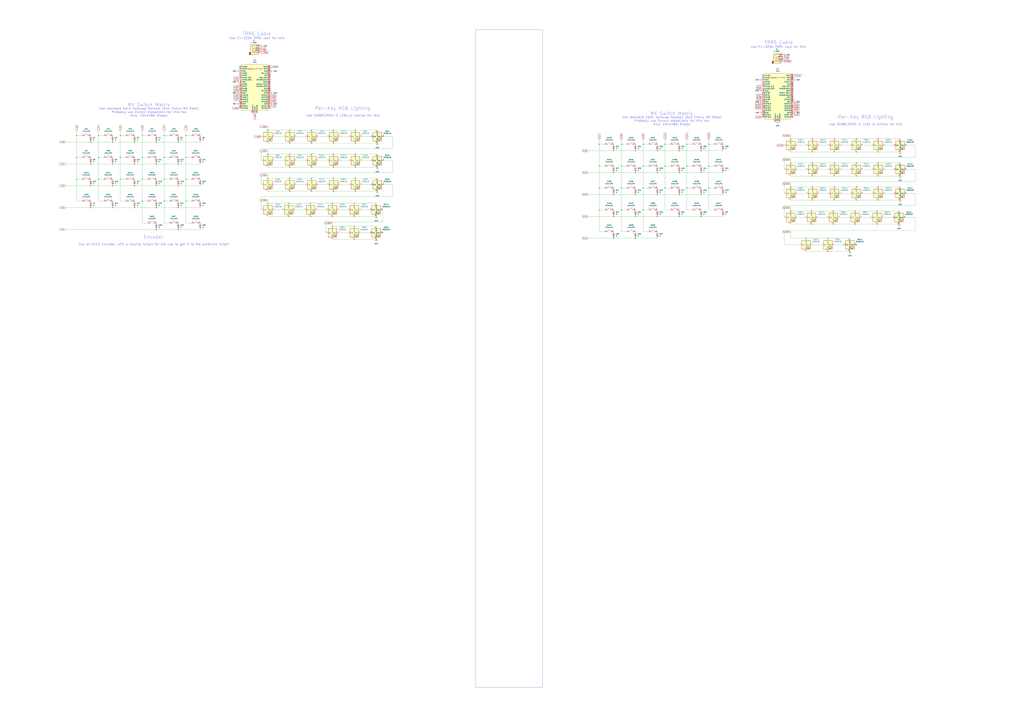
<source format=kicad_sch>
(kicad_sch (version 20231120) (generator "eeschema") (generator_version "8.0")
  (paper "A0")
  (junction (at 165.1 157.48))
  (junction (at 335.28 236.22))
  (junction (at 156.21 241.3))
  (junction (at 737.87 276.86))
  (junction (at 961.39 292.1))
  (junction (at 943.61 232.41))
  (junction (at 772.16 167.64))
  (junction (at 387.35 151.13))
  (junction (at 207.01 190.5))
  (junction (at 360.68 251.46))
  (junction (at 311.15 179.07))
  (junction (at 207.01 266.7))
  (junction (at 746.76 167.64))
  (junction (at 387.35 166.37))
  (junction (at 139.7 157.48))
  (junction (at 88.9 157.48))
  (junction (at 721.36 193.04))
  (junction (at 336.55 222.25))
  (junction (at 797.56 218.44))
  (junction (at 336.55 166.37))
  (junction (at 918.21 161.29))
  (junction (at 986.79 292.1))
  (junction (at 311.15 236.22))
  (junction (at 207.01 241.3))
  (junction (at 412.75 194.31))
  (junction (at 994.41 176.53))
  (junction (at 1019.81 232.41))
  (junction (at 412.75 179.07))
  (junction (at 411.48 278.13))
  (junction (at 994.41 161.29))
  (junction (at 215.9 182.88))
  (junction (at 1019.81 204.47))
  (junction (at 943.61 161.29))
  (junction (at 386.08 236.22))
  (junction (at 387.35 207.01))
  (junction (at 412.75 166.37))
  (junction (at 993.14 245.11))
  (junction (at 814.07 200.66))
  (junction (at 387.35 222.25))
  (junction (at 139.7 182.88))
  (junction (at 746.76 243.84))
  (junction (at 207.01 165.1))
  (junction (at 797.56 167.64))
  (junction (at 772.16 193.04))
  (junction (at 695.96 243.84))
  (junction (at 438.15 194.31))
  (junction (at 721.36 218.44))
  (junction (at 361.95 166.37))
  (junction (at 335.28 251.46))
  (junction (at 130.81 190.5))
  (junction (at 788.67 251.46))
  (junction (at 788.67 226.06))
  (junction (at 438.15 222.25))
  (junction (at 935.99 276.86))
  (junction (at 436.88 251.46))
  (junction (at 1019.81 176.53))
  (junction (at 139.7 208.28))
  (junction (at 942.34 260.35))
  (junction (at 130.81 165.1))
  (junction (at 156.21 165.1))
  (junction (at 181.61 190.5))
  (junction (at 788.67 200.66))
  (junction (at 361.95 151.13))
  (junction (at 737.87 200.66))
  (junction (at 712.47 200.66))
  (junction (at 918.21 217.17))
  (junction (at 943.61 217.17))
  (junction (at 1019.81 189.23))
  (junction (at 165.1 182.88))
  (junction (at 967.74 260.35))
  (junction (at 114.3 208.28))
  (junction (at 1045.21 204.47))
  (junction (at 336.55 179.07))
  (junction (at 994.41 217.17))
  (junction (at 105.41 190.5))
  (junction (at 712.47 276.86))
  (junction (at 361.95 222.25))
  (junction (at 105.41 165.1))
  (junction (at 1045.21 176.53))
  (junction (at 412.75 207.01))
  (junction (at 737.87 251.46))
  (junction (at 943.61 176.53))
  (junction (at 438.15 166.37))
  (junction (at 814.07 251.46))
  (junction (at 1018.54 260.35))
  (junction (at 969.01 232.41))
  (junction (at 165.1 208.28))
  (junction (at 969.01 176.53))
  (junction (at 737.87 226.06))
  (junction (at 712.47 226.06))
  (junction (at 336.55 207.01))
  (junction (at 336.55 151.13))
  (junction (at 311.15 207.01))
  (junction (at 190.5 182.88))
  (junction (at 1019.81 161.29))
  (junction (at 942.34 245.11))
  (junction (at 181.61 165.1))
  (junction (at 822.96 218.44))
  (junction (at 814.07 226.06))
  (junction (at 387.35 194.31))
  (junction (at 436.88 278.13))
  (junction (at 114.3 182.88))
  (junction (at 181.61 241.3))
  (junction (at 993.14 260.35))
  (junction (at 360.68 236.22))
  (junction (at 412.75 222.25))
  (junction (at 969.01 189.23))
  (junction (at 190.5 157.48))
  (junction (at 763.27 200.66))
  (junction (at 156.21 215.9))
  (junction (at 412.75 151.13))
  (junction (at 994.41 189.23))
  (junction (at 721.36 243.84))
  (junction (at 943.61 204.47))
  (junction (at 969.01 161.29))
  (junction (at 1019.81 217.17))
  (junction (at 190.5 208.28))
  (junction (at 387.35 179.07))
  (junction (at 814.07 175.26))
  (junction (at 746.76 218.44))
  (junction (at 361.95 207.01))
  (junction (at 695.96 218.44))
  (junction (at 763.27 175.26))
  (junction (at 1045.21 232.41))
  (junction (at 969.01 217.17))
  (junction (at 114.3 157.48))
  (junction (at 967.74 245.11))
  (junction (at 1043.94 260.35))
  (junction (at 386.08 262.89))
  (junction (at 311.15 151.13))
  (junction (at 181.61 266.7))
  (junction (at 721.36 167.64))
  (junction (at 336.55 194.31))
  (junction (at 411.48 262.89))
  (junction (at 361.95 179.07))
  (junction (at 215.9 157.48))
  (junction (at 105.41 241.3))
  (junction (at 361.95 194.31))
  (junction (at 712.47 175.26))
  (junction (at 763.27 251.46))
  (junction (at 746.76 193.04))
  (junction (at 918.21 245.11))
  (junction (at 88.9 182.88))
  (junction (at 88.9 208.28))
  (junction (at 411.48 236.22))
  (junction (at 712.47 251.46))
  (junction (at 822.96 193.04))
  (junction (at 763.27 226.06))
  (junction (at 969.01 204.47))
  (junction (at 1018.54 245.11))
  (junction (at 386.08 251.46))
  (junction (at 215.9 233.68))
  (junction (at 772.16 218.44))
  (junction (at 695.96 167.64))
  (junction (at 130.81 215.9))
  (junction (at 181.61 215.9))
  (junction (at 207.01 215.9))
  (junction (at 822.96 167.64))
  (junction (at 695.96 193.04))
  (junction (at 797.56 193.04))
  (junction (at 105.41 215.9))
  (junction (at 918.21 189.23))
  (junction (at 994.41 204.47))
  (junction (at 737.87 175.26))
  (junction (at 156.21 190.5))
  (junction (at 943.61 189.23))
  (junction (at 788.67 175.26))
  (junction (at 130.81 241.3))
  (junction (at 190.5 233.68))
  (junction (at 411.48 251.46))
  (junction (at 215.9 208.28))
  (junction (at 961.39 276.86))
  (junction (at 165.1 233.68))
  (junction (at 994.41 232.41))
  (no_connect (at 298.45 130.81))
  (no_connect (at 313.69 80.01))
  (no_connect (at 313.69 97.79))
  (no_connect (at 278.13 80.01))
  (no_connect (at 313.69 100.33))
  (no_connect (at 313.69 105.41))
  (no_connect (at 278.13 118.11))
  (no_connect (at 313.69 85.09))
  (no_connect (at 278.13 85.09))
  (no_connect (at 278.13 123.19))
  (no_connect (at 313.69 125.73))
  (no_connect (at 278.13 77.47))
  (no_connect (at 920.75 107.95))
  (no_connect (at 278.13 87.63))
  (no_connect (at 900.43 140.97))
  (no_connect (at 920.75 113.03))
  (no_connect (at 994.41 284.48))
  (no_connect (at 885.19 107.95))
  (no_connect (at 920.75 115.57))
  (no_connect (at 920.75 135.89))
  (no_connect (at 885.19 97.79))
  (no_connect (at 920.75 97.79))
  (no_connect (at 313.69 95.25))
  (no_connect (at 920.75 102.87))
  (no_connect (at 920.75 100.33))
  (no_connect (at 905.51 140.97))
  (no_connect (at 885.19 128.27))
  (no_connect (at 885.19 90.17))
  (no_connect (at 920.75 110.49))
  (no_connect (at 313.69 90.17))
  (no_connect (at 444.5 270.51))
  (no_connect (at 885.19 87.63))
  (no_connect (at 885.19 95.25))
  (no_connect (at 920.75 95.25))
  (no_connect (at 313.69 92.71))
  (no_connect (at 313.69 102.87))
  (no_connect (at 885.19 133.35))
  (no_connect (at 278.13 97.79))
  (no_connect (at 920.75 90.17))
  (no_connect (at 313.69 87.63))
  (no_connect (at 293.37 130.81))
  (no_connect (at 920.75 105.41))
  (wire (pts (xy 910.59 238.76) (xy 910.59 252.73)))
  (wire (pts (xy 369.57 186.69) (xy 379.73 186.69)))
  (wire (pts (xy 156.21 190.5) (xy 181.61 190.5)))
  (wire (pts (xy 105.41 241.3) (xy 130.81 241.3)))
  (wire (pts (xy 993.14 245.11) (xy 1018.54 245.11)))
  (wire (pts (xy 455.93 214.63) (xy 455.93 228.6)))
  (wire (pts (xy 181.61 266.7) (xy 207.01 266.7)))
  (wire (pts (xy 105.41 215.9) (xy 130.81 215.9)))
  (wire (pts (xy 455.93 228.6) (xy 303.53 228.6)))
  (wire (pts (xy 1019.81 232.41) (xy 1045.21 232.41)))
  (wire (pts (xy 311.15 179.07) (xy 336.55 179.07)))
  (wire (pts (xy 361.95 207.01) (xy 387.35 207.01)))
  (wire (pts (xy 788.67 200.66) (xy 814.07 200.66)))
  (wire (pts (xy 1062.99 252.73) (xy 1051.56 252.73)))
  (wire (pts (xy 976.63 196.85) (xy 986.79 196.85)))
  (wire (pts (xy 311.15 166.37) (xy 336.55 166.37)))
  (wire (pts (xy 181.61 215.9) (xy 207.01 215.9)))
  (wire (pts (xy 171.45 157.48) (xy 165.1 157.48)))
  (wire (pts (xy 943.61 217.17) (xy 969.01 217.17)))
  (wire (pts (xy 311.15 236.22) (xy 335.28 236.22)))
  (wire (pts (xy 335.28 236.22) (xy 360.68 236.22)))
  (wire (pts (xy 222.25 157.48) (xy 215.9 157.48)))
  (wire (pts (xy 702.31 167.64) (xy 695.96 167.64)))
  (wire (pts (xy 393.7 270.51) (xy 403.86 270.51)))
  (wire (pts (xy 763.27 175.26) (xy 788.67 175.26)))
  (wire (pts (xy 318.77 158.75) (xy 328.93 158.75)))
  (wire (pts (xy 215.9 259.08) (xy 222.25 259.08)))
  (wire (pts (xy 994.41 232.41) (xy 1019.81 232.41)))
  (wire (pts (xy 130.81 241.3) (xy 156.21 241.3)))
  (wire (pts (xy 190.5 233.68) (xy 190.5 259.08)))
  (wire (pts (xy 797.56 218.44) (xy 797.56 243.84)))
  (wire (pts (xy 925.83 252.73) (xy 934.72 252.73)))
  (wire (pts (xy 969.01 204.47) (xy 994.41 204.47)))
  (wire (pts (xy 215.9 233.68) (xy 222.25 233.68)))
  (wire (pts (xy 969.01 161.29) (xy 994.41 161.29)))
  (wire (pts (xy 222.25 182.88) (xy 215.9 182.88)))
  (wire (pts (xy 753.11 218.44) (xy 746.76 218.44)))
  (wire (pts (xy 925.83 168.91) (xy 935.99 168.91)))
  (wire (pts (xy 721.36 243.84) (xy 727.71 243.84)))
  (wire (pts (xy 412.75 166.37) (xy 438.15 166.37)))
  (wire (pts (xy 1052.83 196.85) (xy 1062.99 196.85)))
  (wire (pts (xy 311.15 147.32) (xy 311.15 151.13)))
  (wire (pts (xy 1027.43 168.91) (xy 1037.59 168.91)))
  (wire (pts (xy 181.61 241.3) (xy 207.01 241.3)))
  (wire (pts (xy 1027.43 224.79) (xy 1037.59 224.79)))
  (wire (pts (xy 165.1 233.68) (xy 171.45 233.68)))
  (wire (pts (xy 130.81 190.5) (xy 156.21 190.5)))
  (wire (pts (xy 1019.81 176.53) (xy 1045.21 176.53)))
  (wire (pts (xy 727.71 167.64) (xy 721.36 167.64)))
  (wire (pts (xy 683.26 251.46) (xy 712.47 251.46)))
  (wire (pts (xy 114.3 182.88) (xy 114.3 208.28)))
  (wire (pts (xy 419.1 270.51) (xy 429.26 270.51)))
  (wire (pts (xy 961.39 276.86) (xy 986.79 276.86)))
  (wire (pts (xy 342.9 243.84) (xy 353.06 243.84)))
  (wire (pts (xy 1002.03 168.91) (xy 1012.19 168.91)))
  (wire (pts (xy 412.75 179.07) (xy 438.15 179.07)))
  (wire (pts (xy 76.2 241.3) (xy 105.41 241.3)))
  (wire (pts (xy 386.08 259.08) (xy 386.08 262.89)))
  (wire (pts (xy 695.96 269.24) (xy 702.31 269.24)))
  (wire (pts (xy 445.77 186.69) (xy 455.93 186.69)))
  (wire (pts (xy 829.31 167.64) (xy 822.96 167.64)))
  (wire (pts (xy 994.41 189.23) (xy 1019.81 189.23)))
  (wire (pts (xy 994.41 217.17) (xy 1019.81 217.17)))
  (wire (pts (xy 76.2 215.9) (xy 105.41 215.9)))
  (wire (pts (xy 683.26 226.06) (xy 712.47 226.06)))
  (wire (pts (xy 207.01 190.5) (xy 232.41 190.5)))
  (wire (pts (xy 763.27 251.46) (xy 788.67 251.46)))
  (wire (pts (xy 910.59 182.88) (xy 910.59 196.85)))
  (wire (pts (xy 190.5 182.88) (xy 190.5 208.28)))
  (wire (pts (xy 181.61 165.1) (xy 207.01 165.1)))
  (wire (pts (xy 318.77 243.84) (xy 327.66 243.84)))
  (wire (pts (xy 393.7 243.84) (xy 403.86 243.84)))
  (wire (pts (xy 386.08 236.22) (xy 411.48 236.22)))
  (wire (pts (xy 935.99 292.1) (xy 961.39 292.1)))
  (wire (pts (xy 918.21 269.24) (xy 918.21 276.86)))
  (wire (pts (xy 993.14 260.35) (xy 1018.54 260.35)))
  (wire (pts (xy 721.36 162.56) (xy 721.36 167.64)))
  (wire (pts (xy 969.01 189.23) (xy 994.41 189.23)))
  (wire (pts (xy 95.25 182.88) (xy 88.9 182.88)))
  (wire (pts (xy 181.61 190.5) (xy 207.01 190.5)))
  (wire (pts (xy 336.55 207.01) (xy 361.95 207.01)))
  (wire (pts (xy 925.83 196.85) (xy 935.99 196.85)))
  (wire (pts (xy 420.37 214.63) (xy 430.53 214.63)))
  (wire (pts (xy 88.9 208.28) (xy 88.9 233.68)))
  (wire (pts (xy 386.08 278.13) (xy 411.48 278.13)))
  (wire (pts (xy 311.15 194.31) (xy 336.55 194.31)))
  (wire (pts (xy 411.48 278.13) (xy 436.88 278.13)))
  (wire (pts (xy 156.21 165.1) (xy 181.61 165.1)))
  (wire (pts (xy 803.91 218.44) (xy 797.56 218.44)))
  (wire (pts (xy 1019.81 189.23) (xy 1045.21 189.23)))
  (wire (pts (xy 778.51 167.64) (xy 772.16 167.64)))
  (wire (pts (xy 695.96 167.64) (xy 695.96 193.04)))
  (wire (pts (xy 910.59 267.97) (xy 910.59 284.48)))
  (wire (pts (xy 712.47 200.66) (xy 737.87 200.66)))
  (wire (pts (xy 146.05 182.88) (xy 139.7 182.88)))
  (wire (pts (xy 386.08 251.46) (xy 411.48 251.46)))
  (wire (pts (xy 746.76 193.04) (xy 746.76 218.44)))
  (wire (pts (xy 829.31 218.44) (xy 822.96 218.44)))
  (wire (pts (xy 222.25 208.28) (xy 215.9 208.28)))
  (wire (pts (xy 215.9 233.68) (xy 215.9 259.08)))
  (wire (pts (xy 190.5 208.28) (xy 190.5 233.68)))
  (wire (pts (xy 814.07 175.26) (xy 839.47 175.26)))
  (wire (pts (xy 753.11 167.64) (xy 746.76 167.64)))
  (wire (pts (xy 918.21 185.42) (xy 918.21 189.23)))
  (wire (pts (xy 727.71 193.04) (xy 721.36 193.04)))
  (wire (pts (xy 695.96 193.04) (xy 695.96 218.44)))
  (wire (pts (xy 814.07 251.46) (xy 839.47 251.46)))
  (wire (pts (xy 702.31 218.44) (xy 695.96 218.44)))
  (wire (pts (xy 772.16 243.84) (xy 778.51 243.84)))
  (wire (pts (xy 336.55 194.31) (xy 361.95 194.31)))
  (wire (pts (xy 303.53 214.63) (xy 303.53 200.66)))
  (wire (pts (xy 361.95 166.37) (xy 387.35 166.37)))
  (wire (pts (xy 943.61 176.53) (xy 969.01 176.53)))
  (wire (pts (xy 772.16 162.56) (xy 772.16 167.64)))
  (wire (pts (xy 88.9 182.88) (xy 88.9 208.28)))
  (wire (pts (xy 1018.54 260.35) (xy 1043.94 260.35)))
  (wire (pts (xy 1052.83 224.79) (xy 1062.99 224.79)))
  (wire (pts (xy 746.76 243.84) (xy 746.76 269.24)))
  (wire (pts (xy 969.01 217.17) (xy 994.41 217.17)))
  (wire (pts (xy 910.59 238.76) (xy 1062.99 238.76)))
  (wire (pts (xy 215.9 157.48) (xy 215.9 182.88)))
  (wire (pts (xy 88.9 233.68) (xy 95.25 233.68)))
  (wire (pts (xy 788.67 251.46) (xy 814.07 251.46)))
  (wire (pts (xy 165.1 157.48) (xy 165.1 182.88)))
  (wire (pts (xy 951.23 196.85) (xy 961.39 196.85)))
  (wire (pts (xy 444.5 257.81) (xy 378.46 257.81)))
  (wire (pts (xy 387.35 222.25) (xy 412.75 222.25)))
  (wire (pts (xy 803.91 167.64) (xy 797.56 167.64)))
  (wire (pts (xy 368.3 243.84) (xy 378.46 243.84)))
  (wire (pts (xy 165.1 233.68) (xy 165.1 259.08)))
  (wire (pts (xy 1062.99 252.73) (xy 1062.99 267.97)))
  (wire (pts (xy 139.7 182.88) (xy 139.7 208.28)))
  (wire (pts (xy 130.81 165.1) (xy 156.21 165.1)))
  (wire (pts (xy 994.41 204.47) (xy 1019.81 204.47)))
  (wire (pts (xy 344.17 186.69) (xy 354.33 186.69)))
  (wire (pts (xy 994.41 176.53) (xy 1019.81 176.53)))
  (wire (pts (xy 772.16 218.44) (xy 772.16 243.84)))
  (wire (pts (xy 311.15 151.13) (xy 336.55 151.13)))
  (wire (pts (xy 969.01 284.48) (xy 979.17 284.48)))
  (wire (pts (xy 207.01 266.7) (xy 232.41 266.7)))
  (wire (pts (xy 943.61 204.47) (xy 969.01 204.47)))
  (wire (pts (xy 949.96 252.73) (xy 960.12 252.73)))
  (wire (pts (xy 918.21 241.3) (xy 918.21 245.11)))
  (wire (pts (xy 139.7 233.68) (xy 146.05 233.68)))
  (wire (pts (xy 361.95 151.13) (xy 387.35 151.13)))
  (wire (pts (xy 190.5 259.08) (xy 196.85 259.08)))
  (wire (pts (xy 976.63 224.79) (xy 986.79 224.79)))
  (wire (pts (xy 1026.16 252.73) (xy 1036.32 252.73)))
  (wire (pts (xy 737.87 200.66) (xy 763.27 200.66)))
  (wire (pts (xy 156.21 241.3) (xy 181.61 241.3)))
  (wire (pts (xy 165.1 259.08) (xy 171.45 259.08)))
  (wire (pts (xy 918.21 232.41) (xy 943.61 232.41)))
  (wire (pts (xy 918.21 217.17) (xy 943.61 217.17)))
  (wire (pts (xy 918.21 260.35) (xy 942.34 260.35)))
  (wire (pts (xy 918.21 245.11) (xy 942.34 245.11)))
  (wire (pts (xy 360.68 251.46) (xy 386.08 251.46)))
  (wire (pts (xy 772.16 167.64) (xy 772.16 193.04)))
  (wire (pts (xy 444.5 243.84) (xy 444.5 257.81)))
  (wire (pts (xy 683.26 200.66) (xy 712.47 200.66)))
  (wire (pts (xy 822.96 243.84) (xy 829.31 243.84)))
  (wire (pts (xy 420.37 186.69) (xy 430.53 186.69)))
  (wire (pts (xy 721.36 269.24) (xy 721.36 243.84)))
  (wire (pts (xy 303.53 172.72) (xy 303.53 186.69)))
  (wire (pts (xy 727.71 218.44) (xy 721.36 218.44)))
  (wire (pts (xy 969.01 232.41) (xy 994.41 232.41)))
  (wire (pts (xy 763.27 200.66) (xy 788.67 200.66)))
  (wire (pts (xy 918.21 189.23) (xy 943.61 189.23)))
  (wire (pts (xy 778.51 218.44) (xy 772.16 218.44)))
  (wire (pts (xy 387.35 151.13) (xy 412.75 151.13)))
  (wire (pts (xy 737.87 226.06) (xy 763.27 226.06)))
  (wire (pts (xy 165.1 208.28) (xy 165.1 233.68)))
  (wire (pts (xy 702.31 193.04) (xy 695.96 193.04)))
  (wire (pts (xy 943.61 232.41) (xy 969.01 232.41)))
  (wire (pts (xy 721.36 167.64) (xy 721.36 193.04)))
  (wire (pts (xy 318.77 186.69) (xy 328.93 186.69)))
  (wire (pts (xy 76.2 266.7) (xy 181.61 266.7)))
  (wire (pts (xy 737.87 251.46) (xy 763.27 251.46)))
  (wire (pts (xy 114.3 208.28) (xy 114.3 233.68)))
  (wire (pts (xy 335.28 251.46) (xy 360.68 251.46)))
  (wire (pts (xy 918.21 176.53) (xy 943.61 176.53)))
  (wire (pts (xy 146.05 208.28) (xy 139.7 208.28)))
  (wire (pts (xy 207.01 215.9) (xy 232.41 215.9)))
  (wire (pts (xy 943.61 284.48) (xy 953.77 284.48)))
  (wire (pts (xy 88.9 152.4) (xy 88.9 157.48)))
  (wire (pts (xy 746.76 269.24) (xy 753.11 269.24)))
  (wire (pts (xy 95.25 208.28) (xy 88.9 208.28)))
  (wire (pts (xy 336.55 179.07) (xy 361.95 179.07)))
  (wire (pts (xy 918.21 213.36) (xy 918.21 217.17)))
  (wire (pts (xy 311.15 207.01) (xy 336.55 207.01)))
  (wire (pts (xy 139.7 208.28) (xy 139.7 233.68)))
  (wire (pts (xy 412.75 194.31) (xy 438.15 194.31)))
  (wire (pts (xy 822.96 162.56) (xy 822.96 167.64)))
  (wire (pts (xy 1062.99 224.79) (xy 1062.99 238.76)))
  (wire (pts (xy 1002.03 196.85) (xy 1012.19 196.85)))
  (wire (pts (xy 1019.81 204.47) (xy 1045.21 204.47)))
  (wire (pts (xy 788.67 226.06) (xy 814.07 226.06)))
  (wire (pts (xy 712.47 251.46) (xy 737.87 251.46)))
  (wire (pts (xy 196.85 182.88) (xy 190.5 182.88)))
  (wire (pts (xy 171.45 208.28) (xy 165.1 208.28)))
  (wire (pts (xy 763.27 226.06) (xy 788.67 226.06)))
  (wire (pts (xy 105.41 165.1) (xy 130.81 165.1)))
  (wire (pts (xy 943.61 189.23) (xy 969.01 189.23)))
  (wire (pts (xy 695.96 162.56) (xy 695.96 167.64)))
  (wire (pts (xy 753.11 193.04) (xy 746.76 193.04)))
  (wire (pts (xy 114.3 157.48) (xy 114.3 182.88)))
  (wire (pts (xy 683.26 276.86) (xy 712.47 276.86)))
  (wire (pts (xy 156.21 215.9) (xy 181.61 215.9)))
  (wire (pts (xy 139.7 157.48) (xy 139.7 182.88)))
  (wire (pts (xy 829.31 193.04) (xy 822.96 193.04)))
  (wire (pts (xy 378.46 257.81) (xy 378.46 270.51)))
  (wire (pts (xy 918.21 276.86) (xy 935.99 276.86)))
  (wire (pts (xy 411.48 262.89) (xy 436.88 262.89)))
  (wire (pts (xy 746.76 167.64) (xy 746.76 193.04)))
  (wire (pts (xy 935.99 276.86) (xy 961.39 276.86)))
  (wire (pts (xy 215.9 208.28) (xy 215.9 233.68)))
  (wire (pts (xy 951.23 168.91) (xy 961.39 168.91)))
  (wire (pts (xy 387.35 207.01) (xy 412.75 207.01)))
  (wire (pts (xy 797.56 193.04) (xy 797.56 218.44)))
  (wire (pts (xy 994.41 161.29) (xy 1019.81 161.29)))
  (wire (pts (xy 360.68 236.22) (xy 386.08 236.22)))
  (wire (pts (xy 361.95 222.25) (xy 387.35 222.25)))
  (wire (pts (xy 76.2 165.1) (xy 105.41 165.1)))
  (wire (pts (xy 910.59 182.88) (xy 1062.99 182.88)))
  (wire (pts (xy 727.71 269.24) (xy 721.36 269.24)))
  (wire (pts (xy 1000.76 252.73) (xy 1010.92 252.73)))
  (wire (pts (xy 120.65 157.48) (xy 114.3 157.48)))
  (wire (pts (xy 942.34 260.35) (xy 967.74 260.35)))
  (wire (pts (xy 1019.81 217.17) (xy 1045.21 217.17)))
  (wire (pts (xy 336.55 151.13) (xy 361.95 151.13)))
  (wire (pts (xy 1062.99 196.85) (xy 1062.99 210.82)))
  (wire (pts (xy 976.63 168.91) (xy 986.79 168.91)))
  (wire (pts (xy 721.36 193.04) (xy 721.36 218.44)))
  (wire (pts (xy 196.85 208.28) (xy 190.5 208.28)))
  (wire (pts (xy 737.87 175.26) (xy 763.27 175.26)))
  (wire (pts (xy 120.65 208.28) (xy 114.3 208.28)))
  (wire (pts (xy 171.45 182.88) (xy 165.1 182.88)))
  (wire (pts (xy 746.76 243.84) (xy 753.11 243.84)))
  (wire (pts (xy 394.97 214.63) (xy 405.13 214.63)))
  (wire (pts (xy 318.77 214.63) (xy 328.93 214.63)))
  (wire (pts (xy 918.21 204.47) (xy 943.61 204.47)))
  (wire (pts (xy 386.08 262.89) (xy 411.48 262.89)))
  (wire (pts (xy 455.93 186.69) (xy 455.93 200.66)))
  (wire (pts (xy 772.16 193.04) (xy 772.16 218.44)))
  (wire (pts (xy 746.76 218.44) (xy 746.76 243.84)))
  (wire (pts (xy 196.85 157.48) (xy 190.5 157.48)))
  (wire (pts (xy 721.36 243.84) (xy 721.36 218.44)))
  (wire (pts (xy 910.59 224.79) (xy 910.59 210.82)))
  (wire (pts (xy 951.23 224.79) (xy 961.39 224.79)))
  (wire (pts (xy 76.2 190.5) (xy 105.41 190.5)))
  (wire (pts (xy 1062.99 168.91) (xy 1062.99 182.88)))
  (wire (pts (xy 746.76 162.56) (xy 746.76 167.64)))
  (wire (pts (xy 712.47 175.26) (xy 737.87 175.26)))
  (wire (pts (xy 943.61 161.29) (xy 969.01 161.29)))
  (wire (pts (xy 737.87 276.86) (xy 763.27 276.86)))
  (wire (pts (xy 822.96 218.44) (xy 822.96 243.84)))
  (wire (pts (xy 344.17 158.75) (xy 354.33 158.75)))
  (wire (pts (xy 311.15 251.46) (xy 335.28 251.46)))
  (wire (pts (xy 1018.54 245.11) (xy 1043.94 245.11)))
  (wire (pts (xy 190.5 152.4) (xy 190.5 157.48)))
  (wire (pts (xy 361.95 194.31) (xy 387.35 194.31)))
  (wire (pts (xy 822.96 167.64) (xy 822.96 193.04)))
  (wire (pts (xy 803.91 193.04) (xy 797.56 193.04)))
  (wire (pts (xy 412.75 222.25) (xy 438.15 222.25)))
  (wire (pts (xy 215.9 182.88) (xy 215.9 208.28)))
  (wire (pts (xy 910.59 284.48) (xy 928.37 284.48)))
  (wire (pts (xy 207.01 241.3) (xy 232.41 241.3)))
  (wire (pts (xy 303.53 228.6) (xy 303.53 243.84)))
  (wire (pts (xy 967.74 260.35) (xy 993.14 260.35)))
  (wire (pts (xy 445.77 158.75) (xy 455.93 158.75)))
  (wire (pts (xy 369.57 214.63) (xy 379.73 214.63)))
  (wire (pts (xy 311.15 232.41) (xy 311.15 236.22)))
  (wire (pts (xy 387.35 194.31) (xy 412.75 194.31)))
  (wire (pts (xy 88.9 157.48) (xy 88.9 182.88)))
  (wire (pts (xy 814.07 226.06) (xy 839.47 226.06)))
  (wire (pts (xy 369.57 158.75) (xy 379.73 158.75)))
  (wire (pts (xy 105.41 190.5) (xy 130.81 190.5)))
  (wire (pts (xy 445.77 214.63) (xy 455.93 214.63)))
  (wire (pts (xy 215.9 152.4) (xy 215.9 157.48)))
  (wire (pts (xy 797.56 167.64) (xy 797.56 193.04)))
  (wire (pts (xy 344.17 214.63) (xy 354.33 214.63)))
  (wire (pts (xy 146.05 157.48) (xy 139.7 157.48)))
  (wire (pts (xy 969.01 176.53) (xy 994.41 176.53)))
  (wire (pts (xy 139.7 152.4) (xy 139.7 157.48)))
  (wire (pts (xy 311.15 203.2) (xy 311.15 207.01)))
  (wire (pts (xy 778.51 193.04) (xy 772.16 193.04)))
  (wire (pts (xy 412.75 207.01) (xy 438.15 207.01)))
  (wire (pts (xy 712.47 226.06) (xy 737.87 226.06)))
  (wire (pts (xy 822.96 193.04) (xy 822.96 218.44)))
  (wire (pts (xy 411.48 236.22) (xy 436.88 236.22)))
  (wire (pts (xy 336.55 166.37) (xy 361.95 166.37)))
  (wire (pts (xy 311.15 222.25) (xy 336.55 222.25)))
  (wire (pts (xy 967.74 245.11) (xy 993.14 245.11)))
  (wire (pts (xy 207.01 165.1) (xy 232.41 165.1)))
  (wire (pts (xy 1019.81 161.29) (xy 1045.21 161.29)))
  (wire (pts (xy 975.36 252.73) (xy 985.52 252.73)))
  (wire (pts (xy 797.56 243.84) (xy 803.91 243.84)))
  (wire (pts (xy 165.1 182.88) (xy 165.1 208.28)))
  (wire (pts (xy 918.21 161.29) (xy 943.61 161.29)))
  (wire (pts (xy 942.34 245.11) (xy 967.74 245.11)))
  (wire (pts (xy 114.3 152.4) (xy 114.3 157.48)))
  (wire (pts (xy 387.35 179.07) (xy 412.75 179.07)))
  (wire (pts (xy 695.96 243.84) (xy 702.31 243.84)))
  (wire (pts (xy 1002.03 224.79) (xy 1012.19 224.79)))
  (wire (pts (xy 130.81 215.9) (xy 156.21 215.9)))
  (wire (pts (xy 1062.99 267.97) (xy 910.59 267.97)))
  (wire (pts (xy 1027.43 196.85) (xy 1037.59 196.85)))
  (wire (pts (xy 394.97 186.69) (xy 405.13 186.69)))
  (wire (pts (xy 394.97 158.75) (xy 405.13 158.75)))
  (wire (pts (xy 925.83 224.79) (xy 935.99 224.79)))
  (wire (pts (xy 303.53 200.66) (xy 455.93 200.66)))
  (wire (pts (xy 420.37 158.75) (xy 430.53 158.75)))
  (wire (pts (xy 311.15 175.26) (xy 311.15 179.07)))
  (wire (pts (xy 387.35 166.37) (xy 412.75 166.37)))
  (wire (pts (xy 1052.83 168.91) (xy 1062.99 168.91)))
  (wire (pts (xy 910.59 210.82) (xy 1062.99 210.82)))
  (wire (pts (xy 114.3 233.68) (xy 120.65 233.68)))
  (wire (pts (xy 961.39 292.1) (xy 986.79 292.1)))
  (wire (pts (xy 95.25 157.48) (xy 88.9 157.48)))
  (wire (pts (xy 412.75 151.13) (xy 438.15 151.13)))
  (wire (pts (xy 120.65 182.88) (xy 114.3 182.88)))
  (wire (pts (xy 336.55 222.25) (xy 361.95 222.25)))
  (wire (pts (xy 695.96 269.24) (xy 695.96 243.84)))
  (wire (pts (xy 303.53 172.72) (xy 455.93 172.72)))
  (wire (pts (xy 165.1 152.4) (xy 165.1 157.48)))
  (wire (pts (xy 788.67 175.26) (xy 814.07 175.26)))
  (wire (pts (xy 411.48 251.46) (xy 436.88 251.46)))
  (wire (pts (xy 683.26 175.26) (xy 712.47 175.26)))
  (wire (pts (xy 361.95 179.07) (xy 387.35 179.07)))
  (wire (pts (xy 190.5 157.48) (xy 190.5 182.88)))
  (wire (pts (xy 419.1 243.84) (xy 429.26 243.84)))
  (wire (pts (xy 797.56 162.56) (xy 797.56 167.64)))
  (wire (pts (xy 814.07 200.66) (xy 839.47 200.66)))
  (wire (pts (xy 455.93 158.75) (xy 455.93 172.72)))
  (wire (pts (xy 918.21 157.48) (xy 918.21 161.29)))
  (wire (pts (xy 190.5 233.68) (xy 196.85 233.68)))
  (wire (pts (xy 695.96 218.44) (xy 695.96 243.84)))
  (wire (pts (xy 712.47 276.86) (xy 737.87 276.86)))
  (rectangle (start 552.45 34.29) (end 629.92 798.83))
  (text "TRRS Cable" (at 904.24 49.53 0) (effects (font (size 3.81 3.81))))
  (text "Encoder" (at 178.308 275.59 0) (effects (font (size 3.81 3.81))))
  (text "MX Switch Matrix" (at 779.78 132.08 0) (effects (font (size 3.81 3.81))))
  (text "Per-Key RGB Lighting" (at 1005.078 136.144 0) (effects (font (size 3.81 3.81))))
  (text "MX Switch Matrix" (at 172.72 121.92 0) (effects (font (size 3.81 3.81))))
  (text "Use PJ-320A TRRS Jack for this" (at 298.196 44.45 0) (effects (font (size 2.54 2.54))))
  (text "Use an EC12 Encoder, with a varying height for the cap to get it to the preferred height" (at 178.562 283.972 0) (effects (font (size 2.54 2.54))))
  (text "Use PJ-320A TRRS Jack for this" (at 903.732 54.61 0) (effects (font (size 2.54 2.54))))
  (text "TRRS Cable" (at 298.196 39.37 0) (effects (font (size 3.81 3.81))))
  (text "Use SK6812MINI-E LEDs or similar for this" (at 1005.332 144.526 0) (effects (font (size 2.54 2.54))))
  (text "Per-Key RGB Lighting" (at 398.018 125.984 0) (effects (font (size 3.81 3.81))))
  (text "Use SK6812MINI-E LEDs or similar for this" (at 398.272 134.366 0) (effects (font (size 2.54 2.54))))
  (text "Use standard Kailh Hotswap Sockets (And Cherry MX Reds)\nProbably use Durock stabalizers for this too\nAlso, 1N4148W Diodes" (at 780.034 140.462 0) (effects (font (size 2.54 2.54))))
  (text "Use standard Kailh Hotswap Sockets (And Cherry MX Reds)\nProbably use Durock stabalizers for this too\nAlso, 1N4148W Diodes" (at 172.974 130.302 0) (effects (font (size 2.54 2.54))))
  (global_label "R_C9" (shape input) (at 885.19 115.57 180) (property "Intersheetrefs" "${INTERSHEET_REFS}" (effects (hide yes))))
  (global_label "R_R4" (shape input) (at 920.75 120.65 0) (property "Intersheetrefs" "${INTERSHEET_REFS}" (effects (hide yes))))
  (global_label "R_TX" (shape input) (at 885.19 100.33 180) (property "Intersheetrefs" "${INTERSHEET_REFS}" (effects (hide yes))))
  (global_label "R_VBUS" (shape input) (at 918.21 157.48 180) (property "Intersheetrefs" "${INTERSHEET_REFS}" (effects (hide yes))))
  (global_label "R_R1" (shape input) (at 920.75 128.27 0) (property "Intersheetrefs" "${INTERSHEET_REFS}" (effects (hide yes))))
  (global_label "L_R0" (shape input) (at 313.69 123.19 0) (property "Intersheetrefs" "${INTERSHEET_REFS}" (effects (hide yes))))
  (global_label "L_R3" (shape input) (at 313.69 113.03 0) (property "Intersheetrefs" "${INTERSHEET_REFS}" (effects (hide yes))))
  (global_label "L_TX" (shape input) (at 302.26 55.88 0) (property "Intersheetrefs" "${INTERSHEET_REFS}" (effects (hide yes))))
  (global_label "L_C4" (shape input) (at 190.5 152.4 90) (property "Intersheetrefs" "${INTERSHEET_REFS}" (effects (hide yes))))
  (global_label "L_VBUS" (shape input) (at 311.15 203.2 180) (property "Intersheetrefs" "${INTERSHEET_REFS}" (effects (hide yes))))
  (global_label "L_GND" (shape input) (at 295.91 130.81 270) (property "Intersheetrefs" "${INTERSHEET_REFS}" (effects (hide yes))))
  (global_label "L_C4" (shape input) (at 278.13 113.03 180) (property "Intersheetrefs" "${INTERSHEET_REFS}" (effects (hide yes))))
  (global_label "L_R2" (shape input) (at 76.2 215.9 180) (property "Intersheetrefs" "${INTERSHEET_REFS}" (effects (hide yes))))
  (global_label "L_R1" (shape input) (at 76.2 190.5 180) (property "Intersheetrefs" "${INTERSHEET_REFS}" (effects (hide yes))))
  (global_label "R_VBUS" (shape input) (at 918.21 241.3 180) (property "Intersheetrefs" "${INTERSHEET_REFS}" (effects (hide yes))))
  (global_label "L_R4" (shape input) (at 76.2 266.7 180) (property "Intersheetrefs" "${INTERSHEET_REFS}" (effects (hide yes))))
  (global_label "R_VBUS" (shape input) (at 918.21 185.42 180) (property "Intersheetrefs" "${INTERSHEET_REFS}" (effects (hide yes))))
  (global_label "L_C0" (shape input) (at 88.9 152.4 90) (property "Intersheetrefs" "${INTERSHEET_REFS}" (effects (hide yes))))
  (global_label "L_RGB" (shape input) (at 303.53 158.75 180) (property "Intersheetrefs" "${INTERSHEET_REFS}" (effects (hide yes))))
  (global_label "R_C10" (shape input) (at 772.16 162.56 90) (property "Intersheetrefs" "${INTERSHEET_REFS}" (effects (hide yes))))
  (global_label "L_VBUS" (shape input) (at 311.15 147.32 180) (property "Intersheetrefs" "${INTERSHEET_REFS}" (effects (hide yes))))
  (global_label "L_RX" (shape input) (at 302.26 58.42 0) (property "Intersheetrefs" "${INTERSHEET_REFS}" (effects (hide yes))))
  (global_label "L_C2" (shape input) (at 278.13 105.41 180) (property "Intersheetrefs" "${INTERSHEET_REFS}" (effects (hide yes))))
  (global_label "R_C11" (shape input) (at 797.56 162.56 90) (property "Intersheetrefs" "${INTERSHEET_REFS}" (effects (hide yes))))
  (global_label "L_C0" (shape input) (at 278.13 100.33 180) (property "Intersheetrefs" "${INTERSHEET_REFS}" (effects (hide yes))))
  (global_label "L_R1" (shape input) (at 313.69 118.11 0) (property "Intersheetrefs" "${INTERSHEET_REFS}" (effects (hide yes))))
  (global_label "L_VBUS" (shape input) (at 311.15 175.26 180) (property "Intersheetrefs" "${INTERSHEET_REFS}" (effects (hide yes))))
  (global_label "L_VBUS" (shape input) (at 386.08 259.08 180) (property "Intersheetrefs" "${INTERSHEET_REFS}" (effects (hide yes))))
  (global_label "L_R2" (shape input) (at 313.69 115.57 0) (property "Intersheetrefs" "${INTERSHEET_REFS}" (effects (hide yes))))
  (global_label "R_VBUS" (shape input) (at 909.32 71.12 0) (property "Intersheetrefs" "${INTERSHEET_REFS}" (effects (hide yes))))
  (global_label "L_R0" (shape input) (at 76.2 165.1 180) (property "Intersheetrefs" "${INTERSHEET_REFS}" (effects (hide yes))))
  (global_label "L_C1" (shape input) (at 114.3 152.4 90) (property "Intersheetrefs" "${INTERSHEET_REFS}" (effects (hide yes))))
  (global_label "R_C10" (shape input) (at 885.19 120.65 180) (property "Intersheetrefs" "${INTERSHEET_REFS}" (effects (hide yes))))
  (global_label "R_C12" (shape input) (at 822.96 162.56 90) (property "Intersheetrefs" "${INTERSHEET_REFS}" (effects (hide yes))))
  (global_label "L_RGB" (shape input) (at 278.13 125.73 180) (property "Intersheetrefs" "${INTERSHEET_REFS}" (effects (hide yes))))
  (global_label "L_R4" (shape input) (at 313.69 110.49 0) (property "Intersheetrefs" "${INTERSHEET_REFS}" (effects (hide yes))))
  (global_label "R_C7" (shape input) (at 695.96 162.56 90) (property "Intersheetrefs" "${INTERSHEET_REFS}" (effects (hide yes))))
  (global_label "R_RX" (shape input) (at 909.32 66.04 0) (property "Intersheetrefs" "${INTERSHEET_REFS}" (effects (hide yes))))
  (global_label "L_C3" (shape input) (at 165.1 152.4 90) (property "Intersheetrefs" "${INTERSHEET_REFS}" (effects (hide yes))))
  (global_label "R_C12" (shape input) (at 885.19 125.73 180) (property "Intersheetrefs" "${INTERSHEET_REFS}" (effects (hide yes))))
  (global_label "L_C5" (shape input) (at 215.9 152.4 90) (property "Intersheetrefs" "${INTERSHEET_REFS}" (effects (hide yes))))
  (global_label "R_R3" (shape input) (at 920.75 123.19 0) (property "Intersheetrefs" "${INTERSHEET_REFS}" (effects (hide yes))))
  (global_label "L_C5" (shape input) (at 278.13 115.57 180) (property "Intersheetrefs" "${INTERSHEET_REFS}" (effects (hide yes))))
  (global_label "L_C1" (shape input) (at 278.13 102.87 180) (property "Intersheetrefs" "${INTERSHEET_REFS}" (effects (hide yes))))
  (global_label "R_VBUS" (shape input) (at 918.21 269.24 180) (property "Intersheetrefs" "${INTERSHEET_REFS}" (effects (hide yes))))
  (global_label "R_RGB" (shape input) (at 910.59 168.91 180) (property "Intersheetrefs" "${INTERSHEET_REFS}" (effects (hide yes))))
  (global_label "L_TX" (shape input) (at 909.32 68.58 0) (property "Intersheetrefs" "${INTERSHEET_REFS}" (effects (hide yes))))
  (global_label "R_R1" (shape input) (at 683.26 200.66 180) (property "Intersheetrefs" "${INTERSHEET_REFS}" (effects (hide yes))))
  (global_label "R_R2" (shape input) (at 683.26 226.06 180) (property "Intersheetrefs" "${INTERSHEET_REFS}" (effects (hide yes))))
  (global_label "R_C8" (shape input) (at 885.19 113.03 180) (property "Intersheetrefs" "${INTERSHEET_REFS}" (effects (hide yes))))
  (global_label "L_VBUS" (shape input) (at 311.15 232.41 180) (property "Intersheetrefs" "${INTERSHEET_REFS}" (effects (hide yes))))
  (global_label "R_RGB" (shape input) (at 885.19 135.89 180) (property "Intersheetrefs" "${INTERSHEET_REFS}" (effects (hide yes))))
  (global_label "R_C7" (shape input) (at 885.19 110.49 180) (property "Intersheetrefs" "${INTERSHEET_REFS}" (effects (hide yes))))
  (global_label "L_RX" (shape input) (at 278.13 92.71 180) (property "Intersheetrefs" "${INTERSHEET_REFS}" (effects (hide yes))))
  (global_label "L_R3" (shape input) (at 76.2 241.3 180) (property "Intersheetrefs" "${INTERSHEET_REFS}" (effects (hide yes))))
  (global_label "R_C11" (shape input) (at 885.19 123.19 180) (property "Intersheetrefs" "${INTERSHEET_REFS}" (effects (hide yes))))
  (global_label "L_C3" (shape input) (at 278.13 110.49 180) (property "Intersheetrefs" "${INTERSHEET_REFS}" (effects (hide yes))))
  (global_label "R_R2" (shape input) (at 920.75 125.73 0) (property "Intersheetrefs" "${INTERSHEET_REFS}" (effects (hide yes))))
  (global_label "R_C9" (shape input) (at 746.76 162.56 90) (property "Intersheetrefs" "${INTERSHEET_REFS}" (effects (hide yes))))
  (global_label "L_VBUS" (shape input) (at 302.26 60.96 0) (property "Intersheetrefs" "${INTERSHEET_REFS}" (effects (hide yes))))
  (global_label "R_R0" (shape input) (at 920.75 133.35 0) (property "Intersheetrefs" "${INTERSHEET_REFS}" (effects (hide yes))))
  (global_label "R_R4" (shape input) (at 683.26 276.86 180) (property "Intersheetrefs" "${INTERSHEET_REFS}" (effects (hide yes))))
  (global_label "R_VBUS" (shape input) (at 918.21 213.36 180) (property "Intersheetrefs" "${INTERSHEET_REFS}" (effects (hide yes))))
  (global_label "L_TX" (shape input) (at 278.13 90.17 180) (property "Intersheetrefs" "${INTERSHEET_REFS}" (effects (hide yes))))
  (global_label "L_C2" (shape input) (at 139.7 152.4 90) (property "Intersheetrefs" "${INTERSHEET_REFS}" (effects (hide yes))))
  (global_label "R_VBUS" (shape input) (at 920.75 87.63 0) (property "Intersheetrefs" "${INTERSHEET_REFS}" (effects (hide yes))))
  (global_label "R_RX" (shape input) (at 885.19 102.87 180) (property "Intersheetrefs" "${INTERSHEET_REFS}" (effects (hide yes))))
  (global_label "R_R0" (shape input) (at 683.26 175.26 180) (property "Intersheetrefs" "${INTERSHEET_REFS}" (effects (hide yes))))
  (global_label "R_C8" (shape input) (at 721.36 162.56 90) (property "Intersheetrefs" "${INTERSHEET_REFS}" (effects (hide yes))))
  (global_label "L_VBUS" (shape input) (at 313.69 77.47 0) (property "Intersheetrefs" "${INTERSHEET_REFS}" (effects (hide yes))))
  (global_label "R_R3" (shape input) (at 683.26 251.46 180) (property "Intersheetrefs" "${INTERSHEET_REFS}" (effects (hide yes))))
  (symbol (lib_id "LED:WS2812B") (at 436.88 270.51 0) (unit 1)
    (property "Reference" "D30.5" (at 448.31 264.1914 0))
    (property "Value" "WS2812B" (at 448.31 266.7314 0))
    (property "Footprint" "footprints:SK6812-MINI-E" (effects (hide yes)))
    (property "Datasheet" "https://cdn-shop.adafruit.com/datasheets/WS2812B.pdf" (effects (hide yes)))
    (property "Description" "RGB LED with integrated controller" (effects (hide yes)))
  )
  (symbol (lib_id "CherryMX:CherryMX") (at 176.53 233.68 0) (unit 1)
    (property "Reference" "SW23" (at 176.53 226.06 0))
    (property "Value" "CherryMX" (at 176.53 228.6 0))
    (property "Footprint" "CherryMX_PCB_KailhSocket:CherryMX_1.00u_PCB_KailhSocket" (effects (hide yes)))
  )
  (symbol (lib_id "power:GND") (at 313.69 120.65 90) (unit 1)
    (property "Reference" "#PWR19" (effects (hide yes)))
    (property "Value" "GND" (at 317.5 120.6499 90) (effects (justify right)))
    (property "Description" "Power symbol creates a global label with name \"GND\" , ground" (effects (hide yes)))
  )
  (symbol (lib_id "power:GND") (at 885.19 92.71 270) (unit 1)
    (property "Reference" "#PWR9" (effects (hide yes)))
    (property "Value" "GND" (at 881.38 92.7099 90) (effects (justify right)))
    (property "Description" "Power symbol creates a global label with name \"GND\" , ground" (effects (hide yes)))
  )
  (symbol (lib_id "LED:WS2812B") (at 918.21 224.79 0) (unit 1)
    (property "Reference" "D49.5" (at 929.64 218.4714 0))
    (property "Value" "WS2812B" (at 929.64 221.0114 0))
    (property "Footprint" "footprints:SK6812-MINI-E" (effects (hide yes)))
    (property "Datasheet" "https://cdn-shop.adafruit.com/datasheets/WS2812B.pdf" (effects (hide yes)))
    (property "Description" "RGB LED with integrated controller" (effects (hide yes)))
  )
  (symbol (lib_id "LED:WS2812B") (at 386.08 270.51 0) (unit 1)
    (property "Reference" "D28.5" (at 397.51 264.1914 0))
    (property "Value" "WS2812B" (at 397.51 266.7314 0))
    (property "Footprint" "footprints:SK6812-MINI-E" (effects (hide yes)))
    (property "Datasheet" "https://cdn-shop.adafruit.com/datasheets/WS2812B.pdf" (effects (hide yes)))
    (property "Description" "RGB LED with integrated controller" (effects (hide yes)))
  )
  (symbol (lib_id "Device:D") (at 181.61 161.29 90) (unit 1)
    (property "Reference" "D4" (at 184.15 160.0199 90) (effects (justify right)))
    (property "Value" "D" (at 184.15 162.5599 90) (effects (justify right)))
    (property "Footprint" "Diode_SMD:D_SOD-123" (effects (hide yes)))
    (property "Description" "Diode" (effects (hide yes)))
    (property "Sim.Device" "D" (effects (hide yes)))
    (property "Sim.Pins" "1=K 2=A" (effects (hide yes)))
  )
  (symbol (lib_id "Device:D") (at 181.61 186.69 90) (unit 1)
    (property "Reference" "D11" (at 184.15 185.4199 90) (effects (justify right)))
    (property "Value" "D" (at 184.15 187.9599 90) (effects (justify right)))
    (property "Footprint" "Diode_SMD:D_SOD-123" (effects (hide yes)))
    (property "Description" "Diode" (effects (hide yes)))
    (property "Sim.Device" "D" (effects (hide yes)))
    (property "Sim.Pins" "1=K 2=A" (effects (hide yes)))
  )
  (symbol (lib_id "Device:D") (at 712.47 273.05 90) (unit 1)
    (property "Reference" "D26" (at 715.01 271.7799 90) (effects (justify right)))
    (property "Value" "D" (at 715.01 274.3199 90) (effects (justify right)))
    (property "Footprint" "Diode_SMD:D_SOD-123" (effects (hide yes)))
    (property "Description" "Diode" (effects (hide yes)))
    (property "Sim.Device" "D" (effects (hide yes)))
    (property "Sim.Pins" "1=K 2=A" (effects (hide yes)))
  )
  (symbol (lib_id "LED:WS2812B") (at 438.15 158.75 0) (unit 1)
    (property "Reference" "D6.5" (at 449.58 152.4314 0))
    (property "Value" "WS2812B" (at 449.58 154.9714 0))
    (property "Footprint" "footprints:SK6812-MINI-E" (effects (hide yes)))
    (property "Datasheet" "https://cdn-shop.adafruit.com/datasheets/WS2812B.pdf" (effects (hide yes)))
    (property "Description" "RGB LED with integrated controller" (effects (hide yes)))
  )
  (symbol (lib_id "LED:WS2812B") (at 411.48 243.84 0) (unit 1)
    (property "Reference" "D26.5" (at 422.91 237.5214 0))
    (property "Value" "WS2812B" (at 422.91 240.0614 0))
    (property "Footprint" "footprints:SK6812-MINI-E" (effects (hide yes)))
    (property "Datasheet" "https://cdn-shop.adafruit.com/datasheets/WS2812B.pdf" (effects (hide yes)))
    (property "Description" "RGB LED with integrated controller" (effects (hide yes)))
  )
  (symbol (lib_id "Device:D") (at 839.47 171.45 90) (unit 1)
    (property "Reference" "D36" (at 842.01 170.1799 90) (effects (justify right)))
    (property "Value" "D" (at 842.01 172.7199 90) (effects (justify right)))
    (property "Footprint" "Diode_SMD:D_SOD-123" (effects (hide yes)))
    (property "Description" "Diode" (effects (hide yes)))
    (property "Sim.Device" "D" (effects (hide yes)))
    (property "Sim.Pins" "1=K 2=A" (effects (hide yes)))
  )
  (symbol (lib_id "Connector_Audio:AudioJack4") (at 297.18 55.88 0) (unit 1)
    (property "Reference" "J1" (at 294.64 46.99 0))
    (property "Value" "L_TRRS" (at 294.64 49.53 0))
    (property "Footprint" "footprints:PJ-320A" (effects (hide yes)))
    (property "Description" "Audio Jack, 4 Poles (TRRS)" (effects (hide yes)))
  )
  (symbol (lib_id "CherryMX:CherryMX") (at 100.33 182.88 0) (unit 1)
    (property "Reference" "SW7" (at 100.33 175.26 0))
    (property "Value" "CherryMX" (at 100.33 177.8 0))
    (property "Footprint" "CherryMX_PCB_KailhSocket:CherryMX_1.00u_PCB_KailhSocket" (effects (hide yes)))
  )
  (symbol (lib_id "CherryMX:CherryMX") (at 783.59 243.84 0) (unit 1)
    (property "Reference" "SW51" (at 783.59 236.22 0))
    (property "Value" "CherryMX" (at 783.59 238.76 0))
    (property "Footprint" "CherryMX_PCB_KailhSocket:CherryMX_1.00u_PCB_KailhSocket" (effects (hide yes)))
  )
  (symbol (lib_id "CherryMX:CherryMX") (at 227.33 157.48 0) (unit 1)
    (property "Reference" "SW6" (at 227.33 149.86 0))
    (property "Value" "CherryMX" (at 227.33 152.4 0))
    (property "Footprint" "CherryMX_PCB_KailhSocket:CherryMX_1.00u_PCB_KailhSocket" (effects (hide yes)))
  )
  (symbol (lib_id "CherryMX:CherryMX") (at 176.53 259.08 0) (unit 1)
    (property "Reference" "SW26" (at 176.53 251.46 0))
    (property "Value" "CherryMX" (at 176.53 254 0))
    (property "Footprint" "CherryMX_PCB_KailhSocket:CherryMX_1.50u_PCB_KailhSocket" (effects (hide yes)))
  )
  (symbol (lib_id "Device:D") (at 105.41 161.29 90) (unit 1)
    (property "Reference" "D1" (at 107.95 160.0199 90) (effects (justify right)))
    (property "Value" "D" (at 107.95 162.5599 90) (effects (justify right)))
    (property "Footprint" "Diode_SMD:D_SOD-123" (effects (hide yes)))
    (property "Description" "Diode" (effects (hide yes)))
    (property "Sim.Device" "D" (effects (hide yes)))
    (property "Sim.Pins" "1=K 2=A" (effects (hide yes)))
  )
  (symbol (lib_id "power:GND") (at 986.79 292.1 0) (unit 1)
    (property "Reference" "#PWR7" (effects (hide yes)))
    (property "Value" "GND" (at 986.79 297.18 0))
    (property "Description" "Power symbol creates a global label with name \"GND\" , ground" (effects (hide yes)))
  )
  (symbol (lib_id "Device:D") (at 181.61 237.49 90) (unit 1)
    (property "Reference" "D23" (at 184.15 236.2199 90) (effects (justify right)))
    (property "Value" "D" (at 184.15 238.7599 90) (effects (justify right)))
    (property "Footprint" "Diode_SMD:D_SOD-123" (effects (hide yes)))
    (property "Description" "Diode" (effects (hide yes)))
    (property "Sim.Device" "D" (effects (hide yes)))
    (property "Sim.Pins" "1=K 2=A" (effects (hide yes)))
  )
  (symbol (lib_id "LED:WS2812B") (at 361.95 158.75 0) (unit 1)
    (property "Reference" "D3.5" (at 373.38 152.4314 0))
    (property "Value" "WS2812B" (at 373.38 154.9714 0))
    (property "Footprint" "footprints:SK6812-MINI-E" (effects (hide yes)))
    (property "Datasheet" "https://cdn-shop.adafruit.com/datasheets/WS2812B.pdf" (effects (hide yes)))
    (property "Description" "RGB LED with integrated controller" (effects (hide yes)))
  )
  (symbol (lib_id "power:GND") (at 438.15 222.25 0) (unit 1)
    (property "Reference" "#PWR23" (effects (hide yes)))
    (property "Value" "GND" (at 438.15 227.33 0))
    (property "Description" "Power symbol creates a global label with name \"GND\" , ground" (effects (hide yes)))
  )
  (symbol (lib_id "CherryMX:CherryMX") (at 201.93 233.68 0) (unit 1)
    (property "Reference" "SW24" (at 201.93 226.06 0))
    (property "Value" "CherryMX" (at 201.93 228.6 0))
    (property "Footprint" "CherryMX_PCB_KailhSocket:CherryMX_1.00u_PCB_KailhSocket" (effects (hide yes)))
  )
  (symbol (lib_id "CherryMX:CherryMX") (at 834.39 193.04 0) (unit 1)
    (property "Reference" "SW40" (at 834.39 185.42 0))
    (property "Value" "CherryMX" (at 834.39 187.96 0))
    (property "Footprint" "CherryMX_PCB_KailhSocket:CherryMX_1.00u_PCB_KailhSocket" (effects (hide yes)))
  )
  (symbol (lib_id "Device:D") (at 814.07 171.45 90) (unit 1)
    (property "Reference" "D35" (at 816.61 170.1799 90) (effects (justify right)))
    (property "Value" "D" (at 816.61 172.7199 90) (effects (justify right)))
    (property "Footprint" "Diode_SMD:D_SOD-123" (effects (hide yes)))
    (property "Description" "Diode" (effects (hide yes)))
    (property "Sim.Device" "D" (effects (hide yes)))
    (property "Sim.Pins" "1=K 2=A" (effects (hide yes)))
  )
  (symbol (lib_id "LED:WS2812B") (at 361.95 214.63 0) (unit 1)
    (property "Reference" "D17.5" (at 373.38 208.3114 0))
    (property "Value" "WS2812B" (at 373.38 210.8514 0))
    (property "Footprint" "footprints:SK6812-MINI-E" (effects (hide yes)))
    (property "Datasheet" "https://cdn-shop.adafruit.com/datasheets/WS2812B.pdf" (effects (hide yes)))
    (property "Description" "RGB LED with integrated controller" (effects (hide yes)))
  )
  (symbol (lib_id "CherryMX:CherryMX") (at 834.39 243.84 0) (unit 1)
    (property "Reference" "SW27" (at 834.39 236.22 0))
    (property "Value" "CherryMX" (at 834.39 238.76 0))
    (property "Footprint" "CherryMX_PCB_KailhSocket:CherryMX_1.00u_PCB_KailhSocket" (effects (hide yes)))
  )
  (symbol (lib_id "Device:D") (at 130.81 161.29 90) (unit 1)
    (property "Reference" "D2" (at 133.35 160.0199 90) (effects (justify right)))
    (property "Value" "D" (at 133.35 162.5599 90) (effects (justify right)))
    (property "Footprint" "Diode_SMD:D_SOD-123" (effects (hide yes)))
    (property "Description" "Diode" (effects (hide yes)))
    (property "Sim.Device" "D" (effects (hide yes)))
    (property "Sim.Pins" "1=K 2=A" (effects (hide yes)))
  )
  (symbol (lib_id "CherryMX:CherryMX") (at 125.73 233.68 0) (unit 1)
    (property "Reference" "SW21" (at 125.73 226.06 0))
    (property "Value" "CherryMX" (at 125.73 228.6 0))
    (property "Footprint" "CherryMX_PCB_KailhSocket:CherryMX_1.00u_PCB_KailhSocket" (effects (hide yes)))
  )
  (symbol (lib_id "Device:D") (at 207.01 262.89 90) (unit 1)
    (property "Reference" "D29" (at 209.55 261.6199 90) (effects (justify right)))
    (property "Value" "D" (at 209.55 264.1599 90) (effects (justify right)))
    (property "Footprint" "Diode_SMD:D_SOD-123" (effects (hide yes)))
    (property "Description" "Diode" (effects (hide yes)))
    (property "Sim.Device" "D" (effects (hide yes)))
    (property "Sim.Pins" "1=K 2=A" (effects (hide yes)))
  )
  (symbol (lib_id "Device:D") (at 839.47 247.65 90) (unit 1)
    (property "Reference" "D21" (at 842.01 246.3799 90) (effects (justify right)))
    (property "Value" "D" (at 842.01 248.9199 90) (effects (justify right)))
    (property "Footprint" "Diode_SMD:D_SOD-123" (effects (hide yes)))
    (property "Description" "Diode" (effects (hide yes)))
    (property "Sim.Device" "D" (effects (hide yes)))
    (property "Sim.Pins" "1=K 2=A" (effects (hide yes)))
  )
  (symbol (lib_id "CherryMX:CherryMX") (at 834.39 167.64 0) (unit 1)
    (property "Reference" "SW34" (at 834.39 160.02 0))
    (property "Value" "CherryMX" (at 834.39 162.56 0))
    (property "Footprint" "CherryMX_PCB_KailhSocket_StabWireBottom:CherryMX_2.00u_PCB_KailhSocket_StabWireBottom" (effects (hide yes)))
  )
  (symbol (lib_id "CherryMX:CherryMX") (at 151.13 157.48 0) (unit 1)
    (property "Reference" "SW3" (at 151.13 149.86 0))
    (property "Value" "CherryMX" (at 151.13 152.4 0))
    (property "Footprint" "CherryMX_PCB_KailhSocket:CherryMX_1.00u_PCB_KailhSocket" (effects (hide yes)))
  )
  (symbol (lib_id "CherryMX:CherryMX") (at 201.93 259.08 0) (unit 1)
    (property "Reference" "SW27" (at 201.93 251.46 0))
    (property "Value" "CherryMX" (at 201.93 254 0))
    (property "Footprint" "CherryMX_PCB_KailhSocket:CherryMX_1.25u_PCB_KailhSocket" (effects (hide yes)))
  )
  (symbol (lib_id "CherryMX:CherryMX") (at 808.99 193.04 0) (unit 1)
    (property "Reference" "SW39" (at 808.99 185.42 0))
    (property "Value" "CherryMX" (at 808.99 187.96 0))
    (property "Footprint" "CherryMX_PCB_KailhSocket:CherryMX_1.00u_PCB_KailhSocket" (effects (hide yes)))
  )
  (symbol (lib_id "LED:WS2812B") (at 986.79 284.48 0) (unit 1)
    (property "Reference" "D64.5" (at 998.22 278.1614 0))
    (property "Value" "WS2812B" (at 998.22 280.7014 0))
    (property "Footprint" "footprints:SK6812-MINI-E" (effects (hide yes)))
    (property "Datasheet" "https://cdn-shop.adafruit.com/datasheets/WS2812B.pdf" (effects (hide yes)))
    (property "Description" "RGB LED with integrated controller" (effects (hide yes)))
  )
  (symbol (lib_id "Device:D") (at 712.47 171.45 90) (unit 1)
    (property "Reference" "D31" (at 715.01 170.1799 90) (effects (justify right)))
    (property "Value" "D" (at 715.01 172.7199 90) (effects (justify right)))
    (property "Footprint" "Diode_SMD:D_SOD-123" (effects (hide yes)))
    (property "Description" "Diode" (effects (hide yes)))
    (property "Sim.Device" "D" (effects (hide yes)))
    (property "Sim.Pins" "1=K 2=A" (effects (hide yes)))
  )
  (symbol (lib_id "CherryMX:CherryMX") (at 758.19 243.84 0) (unit 1)
    (property "Reference" "SW50" (at 758.19 236.22 0))
    (property "Value" "CherryMX" (at 758.19 238.76 0))
    (property "Footprint" "CherryMX_PCB_KailhSocket:CherryMX_1.00u_PCB_KailhSocket" (effects (hide yes)))
  )
  (symbol (lib_id "Device:D") (at 839.47 222.25 90) (unit 1)
    (property "Reference" "D49" (at 842.01 220.9799 90) (effects (justify right)))
    (property "Value" "D" (at 842.01 223.5199 90) (effects (justify right)))
    (property "Footprint" "Diode_SMD:D_SOD-123" (effects (hide yes)))
    (property "Description" "Diode" (effects (hide yes)))
    (property "Sim.Device" "D" (effects (hide yes)))
    (property "Sim.Pins" "1=K 2=A" (effects (hide yes)))
  )
  (symbol (lib_id "power:GND") (at 885.19 118.11 270) (unit 1)
    (property "Reference" "#PWR11" (effects (hide yes)))
    (property "Value" "GND" (at 881.38 118.1099 90) (effects (justify right)))
    (property "Description" "Power symbol creates a global label with name \"GND\" , ground" (effects (hide yes)))
  )
  (symbol (lib_id "LED:WS2812B") (at 994.41 224.79 0) (unit 1)
    (property "Reference" "D52.5" (at 1005.84 218.4714 0))
    (property "Value" "WS2812B" (at 1005.84 221.0114 0))
    (property "Footprint" "footprints:SK6812-MINI-E" (effects (hide yes)))
    (property "Datasheet" "https://cdn-shop.adafruit.com/datasheets/WS2812B.pdf" (effects (hide yes)))
    (property "Description" "RGB LED with integrated controller" (effects (hide yes)))
  )
  (symbol (lib_id "CherryMX:CherryMX") (at 732.79 243.84 0) (unit 1)
    (property "Reference" "SW49" (at 732.79 236.22 0))
    (property "Value" "CherryMX" (at 732.79 238.76 0))
    (property "Footprint" "CherryMX_PCB_KailhSocket:CherryMX_1.00u_PCB_KailhSocket" (effects (hide yes)))
  )
  (symbol (lib_id "Device:D") (at 181.61 262.89 90) (unit 1)
    (property "Reference" "D28" (at 184.15 261.6199 90) (effects (justify right)))
    (property "Value" "D" (at 184.15 264.1599 90) (effects (justify right)))
    (property "Footprint" "Diode_SMD:D_SOD-123" (effects (hide yes)))
    (property "Description" "Diode" (effects (hide yes)))
    (property "Sim.Device" "D" (effects (hide yes)))
    (property "Sim.Pins" "1=K 2=A" (effects (hide yes)))
  )
  (symbol (lib_id "Device:D") (at 130.81 237.49 90) (unit 1)
    (property "Reference" "D14" (at 133.35 236.2199 90) (effects (justify right)))
    (property "Value" "D" (at 133.35 238.7599 90) (effects (justify right)))
    (property "Footprint" "Diode_SMD:D_SOD-123" (effects (hide yes)))
    (property "Description" "Diode" (effects (hide yes)))
    (property "Sim.Device" "D" (effects (hide yes)))
    (property "Sim.Pins" "1=K 2=A" (effects (hide yes)))
  )
  (symbol (lib_id "LED:WS2812B") (at 387.35 186.69 0) (unit 1)
    (property "Reference" "D11.5" (at 398.78 180.3714 0))
    (property "Value" "WS2812B" (at 398.78 182.9114 0))
    (property "Footprint" "footprints:SK6812-MINI-E" (effects (hide yes)))
    (property "Datasheet" "https://cdn-shop.adafruit.com/datasheets/WS2812B.pdf" (effects (hide yes)))
    (property "Description" "RGB LED with integrated controller" (effects (hide yes)))
  )
  (symbol (lib_id "LED:WS2812B") (at 943.61 224.79 0) (unit 1)
    (property "Reference" "D50.5" (at 955.04 218.4714 0))
    (property "Value" "WS2812B" (at 955.04 221.0114 0))
    (property "Footprint" "footprints:SK6812-MINI-E" (effects (hide yes)))
    (property "Datasheet" "https://cdn-shop.adafruit.com/datasheets/WS2812B.pdf" (effects (hide yes)))
    (property "Description" "RGB LED with integrated controller" (effects (hide yes)))
  )
  (symbol (lib_id "LED:WS2812B") (at 943.61 196.85 0) (unit 1)
    (property "Reference" "D43.5" (at 955.04 190.5314 0))
    (property "Value" "WS2812B" (at 955.04 193.0714 0))
    (property "Footprint" "footprints:SK6812-MINI-E" (effects (hide yes)))
    (property "Datasheet" "https://cdn-shop.adafruit.com/datasheets/WS2812B.pdf" (effects (hide yes)))
    (property "Description" "RGB LED with integrated controller" (effects (hide yes)))
  )
  (symbol (lib_id "CherryMX:CherryMX") (at 227.33 259.08 0) (unit 1)
    (property "Reference" "SW28" (at 227.33 251.46 0))
    (property "Value" "CherryMX" (at 227.33 254 0))
    (property "Footprint" "CherryMX_PCB_KailhSocket_StabWireBottom:CherryMX_2.75u_PCB_KailhSocket_StabWireBottom" (effects (hide yes)))
  )
  (symbol (lib_id "CherryMX:CherryMX") (at 707.39 269.24 0) (unit 1)
    (property "Reference" "SW34" (at 707.39 261.62 0))
    (property "Value" "CherryMX" (at 707.39 264.16 0))
    (property "Footprint" "CherryMX_PCB_KailhSocket_StabWireBottom:CherryMX_2.75u_PCB_KailhSocket_StabWireBottom" (effects (hide yes)))
  )
  (symbol (lib_id "Device:D") (at 181.61 212.09 90) (unit 1)
    (property "Reference" "D18" (at 184.15 210.8199 90) (effects (justify right)))
    (property "Value" "D" (at 184.15 213.3599 90) (effects (justify right)))
    (property "Footprint" "Diode_SMD:D_SOD-123" (effects (hide yes)))
    (property "Description" "Diode" (effects (hide yes)))
    (property "Sim.Device" "D" (effects (hide yes)))
    (property "Sim.Pins" "1=K 2=A" (effects (hide yes)))
  )
  (symbol (lib_id "Device:D") (at 788.67 171.45 90) (unit 1)
    (property "Reference" "D34" (at 791.21 170.1799 90) (effects (justify right)))
    (property "Value" "D" (at 791.21 172.7199 90) (effects (justify right)))
    (property "Footprint" "Diode_SMD:D_SOD-123" (effects (hide yes)))
    (property "Description" "Diode" (effects (hide yes)))
    (property "Sim.Device" "D" (effects (hide yes)))
    (property "Sim.Pins" "1=K 2=A" (effects (hide yes)))
  )
  (symbol (lib_id "LED:WS2812B") (at 436.88 243.84 0) (unit 1)
    (property "Reference" "D27.5" (at 448.31 237.5214 0))
    (property "Value" "WS2812B" (at 448.31 240.0614 0))
    (property "Footprint" "footprints:SK6812-MINI-E" (effects (hide yes)))
    (property "Datasheet" "https://cdn-shop.adafruit.com/datasheets/WS2812B.pdf" (effects (hide yes)))
    (property "Description" "RGB LED with integrated controller" (effects (hide yes)))
  )
  (symbol (lib_id "CherryMX:CherryMX") (at 758.19 269.24 0) (unit 1)
    (property "Reference" "SW59" (at 758.19 261.62 0))
    (property "Value" "CherryMX" (at 758.19 264.16 0))
    (property "Footprint" "CherryMX_PCB_KailhSocket:CherryMX_1.25u_PCB_KailhSocket" (effects (hide yes)))
  )
  (symbol (lib_id "LED:WS2812B") (at 336.55 158.75 0) (unit 1)
    (property "Reference" "D2.5" (at 347.98 152.4314 0))
    (property "Value" "WS2812B" (at 347.98 154.9714 0))
    (property "Footprint" "footprints:SK6812-MINI-E" (effects (hide yes)))
    (property "Datasheet" "https://cdn-shop.adafruit.com/datasheets/WS2812B.pdf" (effects (hide yes)))
    (property "Description" "RGB LED with integrated controller" (effects (hide yes)))
  )
  (symbol (lib_id "CherryMX:CherryMX") (at 732.79 218.44 0) (unit 1)
    (property "Reference" "SW36" (at 732.79 210.82 0))
    (property "Value" "CherryMX" (at 732.79 213.36 0))
    (property "Footprint" "CherryMX_PCB_KailhSocket:CherryMX_1.00u_PCB_KailhSocket" (effects (hide yes)))
  )
  (symbol (lib_id "CherryMX:CherryMX") (at 151.13 208.28 0) (unit 1)
    (property "Reference" "SW15" (at 151.13 200.66 0))
    (property "Value" "CherryMX" (at 151.13 203.2 0))
    (property "Footprint" "CherryMX_PCB_KailhSocket:CherryMX_1.00u_PCB_KailhSocket" (effects (hide yes)))
  )
  (symbol (lib_id "LED:WS2812B") (at 1045.21 224.79 0) (unit 1)
    (property "Reference" "D54.5" (at 1056.64 218.4714 0))
    (property "Value" "WS2812B" (at 1056.64 221.0114 0))
    (property "Footprint" "footprints:SK6812-MINI-E" (effects (hide yes)))
    (property "Datasheet" "https://cdn-shop.adafruit.com/datasheets/WS2812B.pdf" (effects (hide yes)))
    (property "Description" "RGB LED with integrated controller" (effects (hide yes)))
  )
  (symbol (lib_id "LED:WS2812B") (at 1045.21 168.91 0) (unit 1)
    (property "Reference" "D40.5" (at 1056.64 162.5914 0))
    (property "Value" "WS2812B" (at 1056.64 165.1314 0))
    (property "Footprint" "footprints:SK6812-MINI-E" (effects (hide yes)))
    (property "Datasheet" "https://cdn-shop.adafruit.com/datasheets/WS2812B.pdf" (effects (hide yes)))
    (property "Description" "RGB LED with integrated controller" (effects (hide yes)))
  )
  (symbol (lib_id "Device:D") (at 156.21 237.49 90) (unit 1)
    (property "Reference" "D22" (at 158.75 236.2199 90) (effects (justify right)))
    (property "Value" "D" (at 158.75 238.7599 90) (effects (justify right)))
    (property "Footprint" "Diode_SMD:D_SOD-123" (effects (hide yes)))
    (property "Description" "Diode" (effects (hide yes)))
    (property "Sim.Device" "D" (effects (hide yes)))
    (property "Sim.Pins" "1=K 2=A" (effects (hide yes)))
  )
  (symbol (lib_id "CherryMX:CherryMX") (at 201.93 208.28 0) (unit 1)
    (property "Reference" "SW17" (at 201.93 200.66 0))
    (property "Value" "CherryMX" (at 201.93 203.2 0))
    (property "Footprint" "CherryMX_PCB_KailhSocket:CherryMX_1.00u_PCB_KailhSocket" (effects (hide yes)))
  )
  (symbol (lib_id "CherryMX:CherryMX") (at 783.59 218.44 0) (unit 1)
    (property "Reference" "SW38" (at 783.59 210.82 0))
    (property "Value" "CherryMX" (at 783.59 213.36 0))
    (property "Footprint" "CherryMX_PCB_KailhSocket:CherryMX_1.00u_PCB_KailhSocket" (effects (hide yes)))
  )
  (symbol (lib_id "Device:D") (at 763.27 171.45 90) (unit 1)
    (property "Reference" "D33" (at 765.81 170.1799 90) (effects (justify right)))
    (property "Value" "D" (at 765.81 172.7199 90) (effects (justify right)))
    (property "Footprint" "Diode_SMD:D_SOD-123" (effects (hide yes)))
    (property "Description" "Diode" (effects (hide yes)))
    (property "Sim.Device" "D" (effects (hide yes)))
    (property "Sim.Pins" "1=K 2=A" (effects (hide yes)))
  )
  (symbol (lib_id "CherryMX:CherryMX") (at 201.93 157.48 0) (unit 1)
    (property "Reference" "SW5" (at 201.93 149.86 0))
    (property "Value" "CherryMX" (at 201.93 152.4 0))
    (property "Footprint" "CherryMX_PCB_KailhSocket:CherryMX_1.00u_PCB_KailhSocket" (effects (hide yes)))
  )
  (symbol (lib_id "LED:WS2812B") (at 361.95 186.69 0) (unit 1)
    (property "Reference" "D10.5" (at 373.38 180.3714 0))
    (property "Value" "WS2812B" (at 373.38 182.9114 0))
    (property "Footprint" "footprints:SK6812-MINI-E" (effects (hide yes)))
    (property "Datasheet" "https://cdn-shop.adafruit.com/datasheets/WS2812B.pdf" (effects (hide yes)))
    (property "Description" "RGB LED with integrated controller" (effects (hide yes)))
  )
  (symbol (lib_id "Device:D") (at 788.67 196.85 90) (unit 1)
    (property "Reference" "D40" (at 791.21 195.5799 90) (effects (justify right)))
    (property "Value" "D" (at 791.21 198.1199 90) (effects (justify right)))
    (property "Footprint" "Diode_SMD:D_SOD-123" (effects (hide yes)))
    (property "Description" "Diode" (effects (hide yes)))
    (property "Sim.Device" "D" (effects (hide yes)))
    (property "Sim.Pins" "1=K 2=A" (effects (hide yes)))
  )
  (symbol (lib_id "LED:WS2812B") (at 1045.21 196.85 0) (unit 1)
    (property "Reference" "D47.5" (at 1056.64 190.5314 0))
    (property "Value" "WS2812B" (at 1056.64 193.0714 0))
    (property "Footprint" "footprints:SK6812-MINI-E" (effects (hide yes)))
    (property "Datasheet" "https://cdn-shop.adafruit.com/datasheets/WS2812B.pdf" (effects (hide yes)))
    (property "Description" "RGB LED with integrated controller" (effects (hide yes)))
  )
  (symbol (lib_id "LED:WS2812B") (at 438.15 186.69 0) (unit 1)
    (property "Reference" "D13.5" (at 449.58 180.3714 0))
    (property "Value" "WS2812B" (at 449.58 182.9114 0))
    (property "Footprint" "footprints:SK6812-MINI-E" (effects (hide yes)))
    (property "Datasheet" "https://cdn-shop.adafruit.com/datasheets/WS2812B.pdf" (effects (hide yes)))
    (property "Description" "RGB LED with integrated controller" (effects (hide yes)))
  )
  (symbol (lib_id "CherryMX:CherryMX") (at 125.73 208.28 0) (unit 1)
    (property "Reference" "SW14" (at 125.73 200.66 0))
    (property "Value" "CherryMX" (at 125.73 203.2 0))
    (property "Footprint" "CherryMX_PCB_KailhSocket:CherryMX_1.00u_PCB_KailhSocket" (effects (hide yes)))
  )
  (symbol (lib_id "power:GND") (at 920.75 118.11 90) (unit 1)
    (property "Reference" "#PWR22" (effects (hide yes)))
    (property "Value" "GND" (at 924.56 118.1099 90) (effects (justify right)))
    (property "Description" "Power symbol creates a global label with name \"GND\" , ground" (effects (hide yes)))
  )
  (symbol (lib_id "Device:D") (at 232.41 237.49 90) (unit 1)
    (property "Reference" "D25" (at 234.95 236.2199 90) (effects (justify right)))
    (property "Value" "D" (at 234.95 238.7599 90) (effects (justify right)))
    (property "Footprint" "Diode_SMD:D_SOD-123" (effects (hide yes)))
    (property "Description" "Diode" (effects (hide yes)))
    (property "Sim.Device" "D" (effects (hide yes)))
    (property "Sim.Pins" "1=K 2=A" (effects (hide yes)))
  )
  (symbol (lib_id "CherryMX:CherryMX") (at 176.53 182.88 0) (unit 1)
    (property "Reference" "SW10" (at 176.53 175.26 0))
    (property "Value" "CherryMX" (at 176.53 177.8 0))
    (property "Footprint" "CherryMX_PCB_KailhSocket:CherryMX_1.00u_PCB_KailhSocket" (effects (hide yes)))
  )
  (symbol (lib_id "LED:WS2812B") (at 336.55 214.63 0) (unit 1)
    (property "Reference" "D16.5" (at 347.98 208.3114 0))
    (property "Value" "WS2812B" (at 347.98 210.8514 0))
    (property "Footprint" "footprints:SK6812-MINI-E" (effects (hide yes)))
    (property "Datasheet" "https://cdn-shop.adafruit.com/datasheets/WS2812B.pdf" (effects (hide yes)))
    (property "Description" "RGB LED with integrated controller" (effects (hide yes)))
  )
  (symbol (lib_id "LED:WS2812B") (at 1018.54 252.73 0) (unit 1)
    (property "Reference" "D60.5" (at 1029.97 246.4114 0))
    (property "Value" "WS2812B" (at 1029.97 248.9514 0))
    (property "Footprint" "footprints:SK6812-MINI-E" (effects (hide yes)))
    (property "Datasheet" "https://cdn-shop.adafruit.com/datasheets/WS2812B.pdf" (effects (hide yes)))
    (property "Description" "RGB LED with integrated controller" (effects (hide yes)))
  )
  (symbol (lib_id "CherryMX:CherryMX") (at 808.99 167.64 0) (unit 1)
    (property "Reference" "SW33" (at 808.99 160.02 0))
    (property "Value" "CherryMX" (at 808.99 162.56 0))
    (property "Footprint" "CherryMX_PCB_KailhSocket:CherryMX_1.00u_PCB_KailhSocket" (effects (hide yes)))
  )
  (symbol (lib_id "LED:WS2812B") (at 386.08 243.84 0) (unit 1)
    (property "Reference" "D25.5" (at 397.51 237.5214 0))
    (property "Value" "WS2812B" (at 397.51 240.0614 0))
    (property "Footprint" "footprints:SK6812-MINI-E" (effects (hide yes)))
    (property "Datasheet" "https://cdn-shop.adafruit.com/datasheets/WS2812B.pdf" (effects (hide yes)))
    (property "Description" "RGB LED with integrated controller" (effects (hide yes)))
  )
  (symbol (lib_id "Device:D") (at 788.67 222.25 90) (unit 1)
    (property "Reference" "D47" (at 791.21 220.9799 90) (effects (justify right)))
    (property "Value" "D" (at 791.21 223.5199 90) (effects (justify right)))
    (property "Footprint" "Diode_SMD:D_SOD-123" (effects (hide yes)))
    (property "Description" "Diode" (effects (hide yes)))
    (property "Sim.Device" "D" (effects (hide yes)))
    (property "Sim.Pins" "1=K 2=A" (effects (hide yes)))
  )
  (symbol (lib_id "CherryMX:CherryMX") (at 151.13 233.68 0) (unit 1)
    (property "Reference" "SW22" (at 151.13 226.06 0))
    (property "Value" "CherryMX" (at 151.13 228.6 0))
    (property "Footprint" "CherryMX_PCB_KailhSocket:CherryMX_1.00u_PCB_KailhSocket" (effects (hide yes)))
  )
  (symbol (lib_id "LED:WS2812B") (at 335.28 243.84 0) (unit 1)
    (property "Reference" "D23.5" (at 346.71 237.5214 0))
    (property "Value" "WS2812B" (at 346.71 240.0614 0))
    (property "Footprint" "footprints:SK6812-MINI-E" (effects (hide yes)))
    (property "Datasheet" "https://cdn-shop.adafruit.com/datasheets/WS2812B.pdf" (effects (hide yes)))
    (property "Description" "RGB LED with integrated controller" (effects (hide yes)))
  )
  (symbol (lib_id "CherryMX:CherryMX") (at 227.33 208.28 0) (unit 1)
    (property "Reference" "SW19" (at 227.33 200.66 0))
    (property "Value" "CherryMX" (at 227.33 203.2 0))
    (property "Footprint" "CherryMX_PCB_KailhSocket:CherryMX_1.00u_PCB_KailhSocket" (effects (hide yes)))
  )
  (symbol (lib_id "Device:D") (at 788.67 247.65 90) (unit 1)
    (property "Reference" "D54" (at 791.21 246.3799 90) (effects (justify right)))
    (property "Value" "D" (at 791.21 248.9199 90) (effects (justify right)))
    (property "Footprint" "Diode_SMD:D_SOD-123" (effects (hide yes)))
    (property "Description" "Diode" (effects (hide yes)))
    (property "Sim.Device" "D" (effects (hide yes)))
    (property "Sim.Pins" "1=K 2=A" (effects (hide yes)))
  )
  (symbol (lib_id "LED:WS2812B") (at 969.01 196.85 0) (unit 1)
    (property "Reference" "D44.5" (at 980.44 190.5314 0))
    (property "Value" "WS2812B" (at 980.44 193.0714 0))
    (property "Footprint" "footprints:SK6812-MINI-E" (effects (hide yes)))
    (property "Datasheet" "https://cdn-shop.adafruit.com/datasheets/WS2812B.pdf" (effects (hide yes)))
    (property "Description" "RGB LED with integrated controller" (effects (hide yes)))
  )
  (symbol (lib_id "LED:WS2812B") (at 935.99 284.48 0) (unit 1)
    (property "Reference" "D62.5" (at 947.42 278.1614 0))
    (property "Value" "WS2812B" (at 947.42 280.7014 0))
    (property "Footprint" "footprints:SK6812-MINI-E" (effects (hide yes)))
    (property "Datasheet" "https://cdn-shop.adafruit.com/datasheets/WS2812B.pdf" (effects (hide yes)))
    (property "Description" "RGB LED with integrated controller" (effects (hide yes)))
  )
  (symbol (lib_id "Device:D") (at 737.87 196.85 90) (unit 1)
    (property "Reference" "D38" (at 740.41 195.5799 90) (effects (justify right)))
    (property "Value" "D" (at 740.41 198.1199 90) (effects (justify right)))
    (property "Footprint" "Diode_SMD:D_SOD-123" (effects (hide yes)))
    (property "Description" "Diode" (effects (hide yes)))
    (property "Sim.Device" "D" (effects (hide yes)))
    (property "Sim.Pins" "1=K 2=A" (effects (hide yes)))
  )
  (symbol (lib_id "Device:D") (at 712.47 247.65 90) (unit 1)
    (property "Reference" "D51" (at 715.01 246.3799 90) (effects (justify right)))
    (property "Value" "D" (at 715.01 248.9199 90) (effects (justify right)))
    (property "Footprint" "Diode_SMD:D_SOD-123" (effects (hide yes)))
    (property "Description" "Diode" (effects (hide yes)))
    (property "Sim.Device" "D" (effects (hide yes)))
    (property "Sim.Pins" "1=K 2=A" (effects (hide yes)))
  )
  (symbol (lib_id "LED:WS2812B") (at 360.68 243.84 0) (unit 1)
    (property "Reference" "D24.5" (at 372.11 237.5214 0))
    (property "Value" "WS2812B" (at 372.11 240.0614 0))
    (property "Footprint" "footprints:SK6812-MINI-E" (effects (hide yes)))
    (property "Datasheet" "https://cdn-shop.adafruit.com/datasheets/WS2812B.pdf" (effects (hide yes)))
    (property "Description" "RGB LED with integrated controller" (effects (hide yes)))
  )
  (symbol (lib_id "CherryMX:CherryMX") (at 808.99 243.84 0) (unit 1)
    (property "Reference" "SW52" (at 808.99 236.22 0))
    (property "Value" "CherryMX" (at 808.99 238.76 0))
    (property "Footprint" "CherryMX_PCB_KailhSocket:CherryMX_1.00u_PCB_KailhSocket" (effects (hide yes)))
  )
  (symbol (lib_id "Device:D") (at 737.87 273.05 90) (unit 1)
    (property "Reference" "D56" (at 740.41 271.7799 90) (effects (justify right)))
    (property "Value" "D" (at 740.41 274.3199 90) (effects (justify right)))
    (property "Footprint" "Diode_SMD:D_SOD-123" (effects (hide yes)))
    (property "Description" "Diode" (effects (hide yes)))
    (property "Sim.Device" "D" (effects (hide yes)))
    (property "Sim.Pins" "1=K 2=A" (effects (hide yes)))
  )
  (symbol (lib_id "Device:D") (at 737.87 171.45 90) (unit 1)
    (property "Reference" "D32" (at 740.41 170.1799 90) (effects (justify right)))
    (property "Value" "D" (at 740.41 172.7199 90) (effects (justify right)))
    (property "Footprint" "Diode_SMD:D_SOD-123" (effects (hide yes)))
    (property "Description" "Diode" (effects (hide yes)))
    (property "Sim.Device" "D" (effects (hide yes)))
    (property "Sim.Pins" "1=K 2=A" (effects (hide yes)))
  )
  (symbol (lib_id "MCU_RaspberryPi_and_Boards:Pico") (at 902.97 111.76 0) (unit 1)
    (property "Reference" "U2" (at 902.97 80.01 0))
    (property "Value" "Pico" (at 902.97 82.55 0))
    (property "Footprint" "RPi_Pico:RPi_Pico_SMD_TH" (effects (hide yes)))
  )
  (symbol (lib_id "Device:D") (at 232.41 161.29 90) (unit 1)
    (property "Reference" "D6" (at 234.95 160.0199 90) (effects (justify right)))
    (property "Value" "D" (at 234.95 162.5599 90) (effects (justify right)))
    (property "Footprint" "Diode_SMD:D_SOD-123" (effects (hide yes)))
    (property "Description" "Diode" (effects (hide yes)))
    (property "Sim.Device" "D" (effects (hide yes)))
    (property "Sim.Pins" "1=K 2=A" (effects (hide yes)))
  )
  (symbol (lib_id "Device:D") (at 763.27 222.25 90) (unit 1)
    (property "Reference" "D46" (at 765.81 220.9799 90) (effects (justify right)))
    (property "Value" "D" (at 765.81 223.5199 90) (effects (justify right)))
    (property "Footprint" "Diode_SMD:D_SOD-123" (effects (hide yes)))
    (property "Description" "Diode" (effects (hide yes)))
    (property "Sim.Device" "D" (effects (hide yes)))
    (property "Sim.Pins" "1=K 2=A" (effects (hide yes)))
  )
  (symbol (lib_id "LED:WS2812B") (at 311.15 214.63 0) (unit 1)
    (property "Reference" "D15.5" (at 322.58 208.3114 0))
    (property "Value" "WS2812B" (at 322.58 210.8514 0))
    (property "Footprint" "footprints:SK6812-MINI-E" (effects (hide yes)))
    (property "Datasheet" "https://cdn-shop.adafruit.com/datasheets/WS2812B.pdf" (effects (hide yes)))
    (property "Description" "RGB LED with integrated controller" (effects (hide yes)))
  )
  (symbol (lib_id "Device:D") (at 105.41 237.49 90) (unit 1)
    (property "Reference" "D7" (at 107.95 236.2199 90) (effects (justify right)))
    (property "Value" "D" (at 107.95 238.7599 90) (effects (justify right)))
    (property "Footprint" "Diode_SMD:D_SOD-123" (effects (hide yes)))
    (property "Description" "Diode" (effects (hide yes)))
    (property "Sim.Device" "D" (effects (hide yes)))
    (property "Sim.Pins" "1=K 2=A" (effects (hide yes)))
  )
  (symbol (lib_id "Device:D") (at 207.01 186.69 90) (unit 1)
    (property "Reference" "D12" (at 209.55 185.4199 90) (effects (justify right)))
    (property "Value" "D" (at 209.55 187.9599 90) (effects (justify right)))
    (property "Footprint" "Diode_SMD:D_SOD-123" (effects (hide yes)))
    (property "Description" "Diode" (effects (hide yes)))
    (property "Sim.Device" "D" (effects (hide yes)))
    (property "Sim.Pins" "1=K 2=A" (effects (hide yes)))
  )
  (symbol (lib_id "CherryMX:CherryMX") (at 834.39 218.44 0) (unit 1)
    (property "Reference" "SW40" (at 834.39 210.82 0))
    (property "Value" "CherryMX" (at 834.39 213.36 0))
    (property "Footprint" "CherryMX_PCB_KailhSocket:CherryMX_1.00u_PCB_KailhSocket" (effects (hide yes)))
  )
  (symbol (lib_id "Device:D") (at 839.47 196.85 90) (unit 1)
    (property "Reference" "D42" (at 842.01 195.5799 90) (effects (justify right)))
    (property "Value" "D" (at 842.01 198.1199 90) (effects (justify right)))
    (property "Footprint" "Diode_SMD:D_SOD-123" (effects (hide yes)))
    (property "Description" "Diode" (effects (hide yes)))
    (property "Sim.Device" "D" (effects (hide yes)))
    (property "Sim.Pins" "1=K 2=A" (effects (hide yes)))
  )
  (symbol (lib_id "CherryMX:CherryMX") (at 125.73 157.48 0) (unit 1)
    (property "Reference" "SW2" (at 125.73 149.86 0))
    (property "Value" "CherryMX" (at 125.73 152.4 0))
    (property "Footprint" "CherryMX_PCB_KailhSocket:CherryMX_1.00u_PCB_KailhSocket" (effects (hide yes)))
  )
  (symbol (lib_id "power:GND") (at 438.15 194.31 0) (unit 1)
    (property "Reference" "#PWR24" (effects (hide yes)))
    (property "Value" "GND" (at 438.15 199.39 0))
    (property "Description" "Power symbol creates a global label with name \"GND\" , ground" (effects (hide yes)))
  )
  (symbol (lib_id "CherryMX:CherryMX") (at 100.33 208.28 0) (unit 1)
    (property "Reference" "SW13" (at 100.33 200.66 0))
    (property "Value" "CherryMX" (at 100.33 203.2 0))
    (property "Footprint" "CherryMX_PCB_KailhSocket:CherryMX_1.00u_PCB_KailhSocket" (effects (hide yes)))
  )
  (symbol (lib_id "Device:D") (at 156.21 161.29 90) (unit 1)
    (property "Reference" "D3" (at 158.75 160.0199 90) (effects (justify right)))
    (property "Value" "D" (at 158.75 162.5599 90) (effects (justify right)))
    (property "Footprint" "Diode_SMD:D_SOD-123" (effects (hide yes)))
    (property "Description" "Diode" (effects (hide yes)))
    (property "Sim.Device" "D" (effects (hide yes)))
    (property "Sim.Pins" "1=K 2=A" (effects (hide yes)))
  )
  (symbol (lib_id "Device:D") (at 232.41 212.09 90) (unit 1)
    (property "Reference" "D20" (at 234.95 210.8199 90) (effects (justify right)))
    (property "Value" "D" (at 234.95 213.3599 90) (effects (justify right)))
    (property "Footprint" "Diode_SMD:D_SOD-123" (effects (hide yes)))
    (property "Description" "Diode" (effects (hide yes)))
    (property "Sim.Device" "D" (effects (hide yes)))
    (property "Sim.Pins" "1=K 2=A" (effects (hide yes)))
  )
  (symbol (lib_id "Device:D") (at 737.87 247.65 90) (unit 1)
    (property "Reference" "D52" (at 740.41 246.3799 90) (effects (justify right)))
    (property "Value" "D" (at 740.41 248.9199 90) (effects (justify right)))
    (property "Footprint" "Diode_SMD:D_SOD-123" (effects (hide yes)))
    (property "Description" "Diode" (effects (hide yes)))
    (property "Sim.Device" "D" (effects (hide yes)))
    (property "Sim.Pins" "1=K 2=A" (effects (hide yes)))
  )
  (symbol (lib_id "LED:WS2812B") (at 387.35 214.63 0) (unit 1)
    (property "Reference" "D18.5" (at 398.78 208.3114 0))
    (property "Value" "WS2812B" (at 398.78 210.8514 0))
    (property "Footprint" "footprints:SK6812-MINI-E" (effects (hide yes)))
    (property "Datasheet" "https://cdn-shop.adafruit.com/datasheets/WS2812B.pdf" (effects (hide yes)))
    (property "Description" "RGB LED with integrated controller" (effects (hide yes)))
  )
  (symbol (lib_id "LED:WS2812B") (at 1043.94 252.73 0) (unit 1)
    (property "Reference" "D61.5" (at 1055.37 246.4114 0))
    (property "Value" "WS2812B" (at 1055.37 248.9514 0))
    (property "Footprint" "footprints:SK6812-MINI-E" (effects (hide yes)))
    (property "Datasheet" "https://cdn-shop.adafruit.com/datasheets/WS2812B.pdf" (effects (hide yes)))
    (property "Description" "RGB LED with integrated controller" (effects (hide yes)))
  )
  (symbol (lib_id "power:GND") (at 1045.21 232.41 0) (unit 1)
    (property "Reference" "#PWR30" (effects (hide yes)))
    (property "Value" "GND" (at 1045.21 237.49 0))
    (property "Description" "Power symbol creates a global label with name \"GND\" , ground" (effects (hide yes)))
  )
  (symbol (lib_id "power:GND") (at 1045.21 176.53 0) (unit 1)
    (property "Reference" "#PWR27" (effects (hide yes)))
    (property "Value" "GND" (at 1045.21 181.61 0))
    (property "Description" "Power symbol creates a global label with name \"GND\" , ground" (effects (hide yes)))
  )
  (symbol (lib_id "power:GND") (at 920.75 130.81 90) (unit 1)
    (property "Reference" "#PWR21" (effects (hide yes)))
    (property "Value" "GND" (at 924.56 130.8099 90) (effects (justify right)))
    (property "Description" "Power symbol creates a global label with name \"GND\" , ground" (effects (hide yes)))
  )
  (symbol (lib_id "LED:WS2812B") (at 969.01 168.91 0) (unit 1)
    (property "Reference" "D37.5" (at 980.44 162.5914 0))
    (property "Value" "WS2812B" (at 980.44 165.1314 0))
    (property "Footprint" "footprints:SK6812-MINI-E" (effects (hide yes)))
    (property "Datasheet" "https://cdn-shop.adafruit.com/datasheets/WS2812B.pdf" (effects (hide yes)))
    (property "Description" "RGB LED with integrated controller" (effects (hide yes)))
  )
  (symbol (lib_id "LED:WS2812B") (at 1019.81 168.91 0) (unit 1)
    (property "Reference" "D39.5" (at 1031.24 162.5914 0))
    (property "Value" "WS2812B" (at 1031.24 165.1314 0))
    (property "Footprint" "footprints:SK6812-MINI-E" (effects (hide yes)))
    (property "Datasheet" "https://cdn-shop.adafruit.com/datasheets/WS2812B.pdf" (effects (hide yes)))
    (property "Description" "RGB LED with integrated controller" (effects (hide yes)))
  )
  (symbol (lib_id "Device:D") (at 207.01 212.09 90) (unit 1)
    (property "Reference" "D19" (at 209.55 210.8199 90) (effects (justify right)))
    (property "Value" "D" (at 209.55 213.3599 90) (effects (justify right)))
    (property "Footprint" "Diode_SMD:D_SOD-123" (effects (hide yes)))
    (property "Description" "Diode" (effects (hide yes)))
    (property "Sim.Device" "D" (effects (hide yes)))
    (property "Sim.Pins" "1=K 2=A" (effects (hide yes)))
  )
  (symbol (lib_id "Device:D") (at 130.81 186.69 90) (unit 1)
    (property "Reference" "D9" (at 133.35 185.4199 90) (effects (justify right)))
    (property "Value" "D" (at 133.35 187.9599 90) (effects (justify right)))
    (property "Footprint" "Diode_SMD:D_SOD-123" (effects (hide yes)))
    (property "Description" "Diode" (effects (hide yes)))
    (property "Sim.Device" "D" (effects (hide yes)))
    (property "Sim.Pins" "1=K 2=A" (effects (hide yes)))
  )
  (symbol (lib_id "CherryMX:CherryMX") (at 707.39 218.44 0) (unit 1)
    (property "Reference" "SW35" (at 707.39 210.82 0))
    (property "Value" "CherryMX" (at 707.39 213.36 0))
    (property "Footprint" "CherryMX_PCB_KailhSocket:CherryMX_1.00u_PCB_KailhSocket" (effects (hide yes)))
  )
  (symbol (lib_id "CherryMX:CherryMX") (at 758.19 167.64 0) (unit 1)
    (property "Reference" "SW31" (at 758.19 160.02 0))
    (property "Value" "CherryMX" (at 758.19 162.56 0))
    (property "Footprint" "CherryMX_PCB_KailhSocket:CherryMX_1.00u_PCB_KailhSocket" (effects (hide yes)))
  )
  (symbol (lib_id "LED:WS2812B") (at 994.41 168.91 0) (unit 1)
    (property "Reference" "D38.5" (at 1005.84 162.5914 0))
    (property "Value" "WS2812B" (at 1005.84 165.1314 0))
    (property "Footprint" "footprints:SK6812-MINI-E" (effects (hide yes)))
    (property "Datasheet" "https://cdn-shop.adafruit.com/datasheets/WS2812B.pdf" (effects (hide yes)))
    (property "Description" "RGB LED with integrated controller" (effects (hide yes)))
  )
  (symbol (lib_id "LED:WS2812B") (at 961.39 284.48 0) (unit 1)
    (property "Reference" "D63.5" (at 972.82 278.1614 0))
    (property "Value" "WS2812B" (at 972.82 280.7014 0))
    (property "Footprint" "footprints:SK6812-MINI-E" (effects (hide yes)))
    (property "Datasheet" "https://cdn-shop.adafruit.com/datasheets/WS2812B.pdf" (effects (hide yes)))
    (property "Description" "RGB LED with integrated controller" (effects (hide yes)))
  )
  (symbol (lib_id "CherryMX:CherryMX") (at 125.73 182.88 0) (unit 1)
    (property "Reference" "SW8" (at 125.73 175.26 0))
    (property "Value" "CherryMX" (at 125.73 177.8 0))
    (property "Footprint" "CherryMX_PCB_KailhSocket:CherryMX_1.00u_PCB_KailhSocket" (effects (hide yes)))
  )
  (symbol (lib_id "Device:D") (at 207.01 237.49 90) (unit 1)
    (property "Reference" "D24" (at 209.55 236.2199 90) (effects (justify right)))
    (property "Value" "D" (at 209.55 238.7599 90) (effects (justify right)))
    (property "Footprint" "Diode_SMD:D_SOD-123" (effects (hide yes)))
    (property "Description" "Diode" (effects (hide yes)))
    (property "Sim.Device" "D" (effects (hide yes)))
    (property "Sim.Pins" "1=K 2=A" (effects (hide yes)))
  )
  (symbol (lib_id "CherryMX:CherryMX") (at 707.39 167.64 0) (unit 1)
    (property "Reference" "SW29" (at 707.39 160.02 0))
    (property "Value" "CherryMX" (at 707.39 162.56 0))
    (property "Footprint" "CherryMX_PCB_KailhSocket:CherryMX_1.00u_PCB_KailhSocket" (effects (hide yes)))
  )
  (symbol (lib_id "LED:WS2812B") (at 967.74 252.73 0) (unit 1)
    (property "Reference" "D58.5" (at 979.17 246.4114 0))
    (property "Value" "WS2812B" (at 979.17 248.9514 0))
    (property "Footprint" "footprints:SK6812-MINI-E" (effects (hide yes)))
    (property "Datasheet" "https://cdn-shop.adafruit.com/datasheets/WS2812B.pdf" (effects (hide yes)))
    (property "Description" "RGB LED with integrated controller" (effects (hide yes)))
  )
  (symbol (lib_id "LED:WS2812B") (at 411.48 270.51 0) (unit 1)
    (property "Reference" "D29.5" (at 422.91 264.1914 0))
    (property "Value" "WS2812B" (at 422.91 266.7314 0))
    (property "Footprint" "footprints:SK6812-MINI-E" (effects (hide yes)))
    (property "Datasheet" "https://cdn-shop.adafruit.com/datasheets/WS2812B.pdf" (effects (hide yes)))
    (property "Description" "RGB LED with integrated controller" (effects (hide yes)))
  )
  (symbol (lib_id "CherryMX:CherryMX") (at 732.79 167.64 0) (unit 1)
    (property "Reference" "SW30" (at 732.79 160.02 0))
    (property "Value" "CherryMX" (at 732.79 162.56 0))
    (property "Footprint" "CherryMX_PCB_KailhSocket:CherryMX_1.00u_PCB_KailhSocket" (effects (hide yes)))
  )
  (symbol (lib_id "power:GND") (at 278.13 82.55 270) (unit 1)
    (property "Reference" "#PWR14" (effects (hide yes)))
    (property "Value" "GND" (at 274.32 82.5499 90) (effects (justify right)))
    (property "Description" "Power symbol creates a global label with name \"GND\" , ground" (effects (hide yes)))
  )
  (symbol (lib_id "CherryMX:CherryMX") (at 100.33 157.48 0) (unit 1)
    (property "Reference" "SW1" (at 100.33 149.86 0))
    (property "Value" "CherryMX" (at 100.33 152.4 0))
    (property "Footprint" "CherryMX_PCB_KailhSocket:CherryMX_1.00u_PCB_KailhSocket" (effects (hide yes)))
  )
  (symbol (lib_id "LED:WS2812B") (at 412.75 186.69 0) (unit 1)
    (property "Reference" "D12.5" (at 424.18 180.3714 0))
    (property "Value" "WS2812B" (at 424.18 182.9114 0))
    (property "Footprint" "footprints:SK6812-MINI-E" (effects (hide yes)))
    (property "Datasheet" "https://cdn-shop.adafruit.com/datasheets/WS2812B.pdf" (effects (hide yes)))
    (property "Description" "RGB LED with integrated controller" (effects (hide yes)))
  )
  (symbol (lib_id "CherryMX:CherryMX") (at 707.39 193.04 0) (unit 1)
    (property "Reference" "SW35" (at 707.39 185.42 0))
    (property "Value" "CherryMX" (at 707.39 187.96 0))
    (property "Footprint" "CherryMX_PCB_KailhSocket:CherryMX_1.00u_PCB_KailhSocket" (effects (hide yes)))
  )
  (symbol (lib_id "CherryMX:CherryMX") (at 100.33 233.68 0) (unit 1)
    (property "Reference" "SW20" (at 100.33 226.06 0))
    (property "Value" "CherryMX" (at 100.33 228.6 0))
    (property "Footprint" "CherryMX_PCB_KailhSocket:CherryMX_1.00u_PCB_KailhSocket" (effects (hide yes)))
  )
  (symbol (lib_id "Device:D") (at 737.87 222.25 90) (unit 1)
    (property "Reference" "D45" (at 740.41 220.9799 90) (effects (justify right)))
    (property "Value" "D" (at 740.41 223.5199 90) (effects (justify right)))
    (property "Footprint" "Diode_SMD:D_SOD-123" (effects (hide yes)))
    (property "Description" "Diode" (effects (hide yes)))
    (property "Sim.Device" "D" (effects (hide yes)))
    (property "Sim.Pins" "1=K 2=A" (effects (hide yes)))
  )
  (symbol (lib_id "LED:WS2812B") (at 1019.81 196.85 0) (unit 1)
    (property "Reference" "D46.5" (at 1031.24 190.5314 0))
    (property "Value" "WS2812B" (at 1031.24 193.0714 0))
    (property "Footprint" "footprints:SK6812-MINI-E" (effects (hide yes)))
    (property "Datasheet" "https://cdn-shop.adafruit.com/datasheets/WS2812B.pdf" (effects (hide yes)))
    (property "Description" "RGB LED with integrated controller" (effects (hide yes)))
  )
  (symbol (lib_id "CherryMX:CherryMX") (at 151.13 182.88 0) (unit 1)
    (property "Reference" "SW9" (at 151.13 175.26 0))
    (property "Value" "CherryMX" (at 151.13 177.8 0))
    (property "Footprint" "CherryMX_PCB_KailhSocket:CherryMX_1.00u_PCB_KailhSocket" (effects (hide yes)))
  )
  (symbol (lib_id "CherryMX:CherryMX") (at 176.53 157.48 0) (unit 1)
    (property "Reference" "SW4" (at 176.53 149.86 0))
    (property "Value" "CherryMX" (at 176.53 152.4 0))
    (property "Footprint" "CherryMX_PCB_KailhSocket:CherryMX_1.00u_PCB_KailhSocket" (effects (hide yes)))
  )
  (symbol (lib_id "CherryMX:CherryMX") (at 707.39 243.84 0) (unit 1)
    (property "Reference" "SW48" (at 707.39 236.22 0))
    (property "Value" "CherryMX" (at 707.39 238.76 0))
    (property "Footprint" "CherryMX_PCB_KailhSocket:CherryMX_1.00u_PCB_KailhSocket" (effects (hide yes)))
  )
  (symbol (lib_id "Device:D") (at 763.27 273.05 90) (unit 1)
    (property "Reference" "D57" (at 765.81 271.7799 90) (effects (justify right)))
    (property "Value" "D" (at 765.81 274.3199 90) (effects (justify right)))
    (property "Footprint" "Diode_SMD:D_SOD-123" (effects (hide yes)))
    (property "Description" "Diode" (effects (hide yes)))
    (property "Sim.Device" "D" (effects (hide yes)))
    (property "Sim.Pins" "1=K 2=A" (effects (hide yes)))
  )
  (symbol (lib_id "LED:WS2812B") (at 438.15 214.63 0) (unit 1)
    (property "Reference" "D20.5" (at 449.58 208.3114 0))
    (property "Value" "WS2812B" (at 449.58 210.8514 0))
    (property "Footprint" "footprints:SK6812-MINI-E" (effects (hide yes)))
    (property "Datasheet" "https://cdn-shop.adafruit.com/datasheets/WS2812B.pdf" (effects (hide yes)))
    (property "Description" "RGB LED with integrated controller" (effects (hide yes)))
  )
  (symbol (lib_id "CherryMX:CherryMX") (at 732.79 193.04 0) (unit 1)
    (property "Reference" "SW36" (at 732.79 185.42 0))
    (property "Value" "CherryMX" (at 732.79 187.96 0))
    (property "Footprint" "CherryMX_PCB_KailhSocket:CherryMX_1.00u_PCB_KailhSocket" (effects (hide yes)))
  )
  (symbol (lib_id "power:GND") (at 438.15 166.37 0) (unit 1)
    (property "Reference" "#PWR25" (effects (hide yes)))
    (property "Value" "GND" (at 438.15 171.45 0))
    (property "Description" "Power symbol creates a global label with name \"GND\" , ground" (effects (hide yes)))
  )
  (symbol (lib_id "LED:WS2812B") (at 412.75 158.75 0) (unit 1)
    (property "Reference" "D5.5" (at 424.18 152.4314 0))
    (property "Value" "WS2812B" (at 424.18 154.9714 0))
    (property "Footprint" "footprints:SK6812-MINI-E" (effects (hide yes)))
    (property "Datasheet" "https://cdn-shop.adafruit.com/datasheets/WS2812B.pdf" (effects (hide yes)))
    (property "Description" "RGB LED with integrated controller" (effects (hide yes)))
  )
  (symbol (lib_id "Device:D") (at 156.21 186.69 90) (unit 1)
    (property "Reference" "D10" (at 158.75 185.4199 90) (effects (justify right)))
    (property "Value" "D" (at 158.75 187.9599 90) (effects (justify right)))
    (property "Footprint" "Diode_SMD:D_SOD-123" (effects (hide yes)))
    (property "Description" "Diode" (effects (hide yes)))
    (property "Sim.Device" "D" (effects (hide yes)))
    (property "Sim.Pins" "1=K 2=A" (effects (hide yes)))
  )
  (symbol (lib_id "power:GND") (at 436.88 251.46 0) (unit 1)
    (property "Reference" "#PWR28" (effects (hide yes)))
    (property "Value" "GND" (at 436.88 256.54 0))
    (property "Description" "Power symbol creates a global label with name \"GND\" , ground" (effects (hide yes)))
  )
  (symbol (lib_id "LED:WS2812B") (at 918.21 252.73 0) (unit 1)
    (property "Reference" "D56.5" (at 929.64 246.4114 0))
    (property "Value" "WS2812B" (at 929.64 248.9514 0))
    (property "Footprint" "footprints:SK6812-MINI-E" (effects (hide yes)))
    (property "Datasheet" "https://cdn-shop.adafruit.com/datasheets/WS2812B.pdf" (effects (hide yes)))
    (property "Description" "RGB LED with integrated controller" (effects (hide yes)))
  )
  (symbol (lib_id "Device:D") (at 712.47 196.85 90) (unit 1)
    (property "Reference" "D37" (at 715.01 195.5799 90) (effects (justify right)))
    (property "Value" "D" (at 715.01 198.1199 90) (effects (justify right)))
    (property "Footprint" "Diode_SMD:D_SOD-123" (effects (hide yes)))
    (property "Description" "Diode" (effects (hide yes)))
    (property "Sim.Device" "D" (effects (hide yes)))
    (property "Sim.Pins" "1=K 2=A" (effects (hide yes)))
  )
  (symbol (lib_id "Device:D") (at 232.41 186.69 90) (unit 1)
    (property "Reference" "D13" (at 234.95 185.4199 90) (effects (justify right)))
    (property "Value" "D" (at 234.95 187.9599 90) (effects (justify right)))
    (property "Footprint" "Diode_SMD:D_SOD-123" (effects (hide yes)))
    (property "Description" "Diode" (effects (hide yes)))
    (property "Sim.Device" "D" (effects (hide yes)))
    (property "Sim.Pins" "1=K 2=A" (effects (hide yes)))
  )
  (symbol (lib_id "Device:D") (at 814.07 196.85 90) (unit 1)
    (property "Reference" "D41" (at 816.61 195.5799 90) (effects (justify right)))
    (property "Value" "D" (at 816.61 198.1199 90) (effects (justify right)))
    (property "Footprint" "Diode_SMD:D_SOD-123" (effects (hide yes)))
    (property "Description" "Diode" (effects (hide yes)))
    (property "Sim.Device" "D" (effects (hide yes)))
    (property "Sim.Pins" "1=K 2=A" (effects (hide yes)))
  )
  (symbol (lib_id "LED:WS2812B") (at 993.14 252.73 0) (unit 1)
    (property "Reference" "D59.5" (at 1004.57 246.4114 0))
    (property "Value" "WS2812B" (at 1004.57 248.9514 0))
    (property "Footprint" "footprints:SK6812-MINI-E" (effects (hide yes)))
    (property "Datasheet" "https://cdn-shop.adafruit.com/datasheets/WS2812B.pdf" (effects (hide yes)))
    (property "Description" "RGB LED with integrated controller" (effects (hide yes)))
  )
  (symbol (lib_id "Device:D") (at 156.21 212.09 90) (unit 1)
    (property "Reference" "D17" (at 158.75 210.8199 90) (effects (justify right)))
    (property "Value" "D" (at 158.75 213.3599 90) (effects (justify right)))
    (property "Footprint" "Diode_SMD:D_SOD-123" (effects (hide yes)))
    (property "Description" "Diode" (effects (hide yes)))
    (property "Sim.Device" "D" (effects (hide yes)))
    (property "Sim.Pins" "1=K 2=A" (effects (hide yes)))
  )
  (symbol (lib_id "power:GND") (at 313.69 107.95 90) (unit 1)
    (property "Reference" "#PWR20" (effects (hide yes)))
    (property "Value" "GND" (at 317.5 107.9499 90) (effects (justify right)))
    (property "Description" "Power symbol creates a global label with name \"GND\" , ground" (effects (hide yes)))
  )
  (symbol (lib_id "Device:D") (at 763.27 247.65 90) (unit 1)
    (property "Reference" "D53" (at 765.81 246.3799 90) (effects (justify right)))
    (property "Value" "D" (at 765.81 248.9199 90) (effects (justify right)))
    (property "Footprint" "Diode_SMD:D_SOD-123" (effects (hide yes)))
    (property "Description" "Diode" (effects (hide yes)))
    (property "Sim.Device" "D" (effects (hide yes)))
    (property "Sim.Pins" "1=K 2=A" (effects (hide yes)))
  )
  (symbol (lib_id "LED:WS2812B") (at 942.34 252.73 0) (unit 1)
    (property "Reference" "D57.5" (at 953.77 246.4114 0))
    (property "Value" "WS2812B" (at 953.77 248.9514 0))
    (property "Footprint" "footprints:SK6812-MINI-E" (effects (hide yes)))
    (property "Datasheet" "https://cdn-shop.adafruit.com/datasheets/WS2812B.pdf" (effects (hide yes)))
    (property "Description" "RGB LED with integrated controller" (effects (hide yes)))
  )
  (symbol (lib_id "LED:WS2812B") (at 969.01 224.79 0) (unit 1)
    (property "Reference" "D51.5" (at 980.44 218.4714 0))
    (property "Value" "WS2812B" (at 980.44 221.0114 0))
    (property "Footprint" "footprints:SK6812-MINI-E" (effects (hide yes)))
    (property "Datasheet" "https://cdn-shop.adafruit.com/datasheets/WS2812B.pdf" (effects (hide yes)))
    (property "Description" "RGB LED with integrated controller" (effects (hide yes)))
  )
  (symbol (lib_id "LED:WS2812B") (at 918.21 168.91 0) (unit 1)
    (property "Reference" "D35.5" (at 929.64 162.5914 0))
    (property "Value" "WS2812B" (at 929.64 165.1314 0))
    (property "Footprint" "footprints:SK6812-MINI-E" (effects (hide yes)))
    (property "Datasheet" "https://cdn-shop.adafruit.com/datasheets/WS2812B.pdf" (effects (hide yes)))
    (property "Description" "RGB LED with integrated controller" (effects (hide yes)))
  )
  (symbol (lib_id "power:GND") (at 278.13 95.25 270) (unit 1)
    (property "Reference" "#PWR15" (effects (hide yes)))
    (property "Value" "GND" (at 274.32 95.2499 90) (effects (justify right)))
    (property "Description" "Power symbol creates a global label with name \"GND\" , ground" (effects (hide yes)))
  )
  (symbol (lib_name "Pico_1") (lib_id "MCU_RaspberryPi_and_Boards:Pico") (at 295.91 101.6 0) (unit 1)
    (property "Reference" "U1" (at 295.91 69.85 0))
    (property "Value" "Pico" (at 295.91 72.39 0))
    (property "Footprint" "RPi_Pico:RPi_Pico_SMD_TH" (effects (hide yes)))
  )
  (symbol (lib_id "CherryMX:CherryMX") (at 758.19 193.04 0) (unit 1)
    (property "Reference" "SW37" (at 758.19 185.42 0))
    (property "Value" "CherryMX" (at 758.19 187.96 0))
    (property "Footprint" "CherryMX_PCB_KailhSocket:CherryMX_1.00u_PCB_KailhSocket" (effects (hide yes)))
  )
  (symbol (lib_name "AudioJack4_1") (lib_id "Connector_Audio:AudioJack4") (at 904.24 66.04 0) (unit 1)
    (property "Reference" "J2" (at 901.7 57.15 0))
    (property "Value" "L_TRRS" (at 901.7 59.69 0))
    (property "Footprint" "footprints:PJ-320A" (effects (hide yes)))
    (property "Description" "Audio Jack, 4 Poles (TRRS)" (effects (hide yes)))
  )
  (symbol (lib_id "LED:WS2812B") (at 412.75 214.63 0) (unit 1)
    (property "Reference" "D19.5" (at 424.18 208.3114 0))
    (property "Value" "WS2812B" (at 424.18 210.8514 0))
    (property "Footprint" "footprints:SK6812-MINI-E" (effects (hide yes)))
    (property "Datasheet" "https://cdn-shop.adafruit.com/datasheets/WS2812B.pdf" (effects (hide yes)))
    (property "Description" "RGB LED with integrated controller" (effects (hide yes)))
  )
  (symbol (lib_id "CherryMX:CherryMX") (at 808.99 218.44 0) (unit 1)
    (property "Reference" "SW39" (at 808.99 210.82 0))
    (property "Value" "CherryMX" (at 808.99 213.36 0))
    (property "Footprint" "CherryMX_PCB_KailhSocket:CherryMX_1.00u_PCB_KailhSocket" (effects (hide yes)))
  )
  (symbol (lib_id "Device:D") (at 763.27 196.85 90) (unit 1)
    (property "Reference" "D39" (at 765.81 195.5799 90) (effects (justify right)))
    (property "Value" "D" (at 765.81 198.1199 90) (effects (justify right)))
    (property "Footprint" "Diode_SMD:D_SOD-123" (effects (hide yes)))
    (property "Description" "Diode" (effects (hide yes)))
    (property "Sim.Device" "D" (effects (hide yes)))
    (property "Sim.Pins" "1=K 2=A" (effects (hide yes)))
  )
  (symbol (lib_id "LED:WS2812B") (at 994.41 196.85 0) (unit 1)
    (property "Reference" "D45.5" (at 1005.84 190.5314 0))
    (property "Value" "WS2812B" (at 1005.84 193.0714 0))
    (property "Footprint" "footprints:SK6812-MINI-E" (effects (hide yes)))
    (property "Datasheet" "https://cdn-shop.adafruit.com/datasheets/WS2812B.pdf" (effects (hide yes)))
    (property "Description" "RGB LED with integrated controller" (effects (hide yes)))
  )
  (symbol (lib_id "LED:WS2812B") (at 311.15 186.69 0) (unit 1)
    (property "Reference" "D8.5" (at 322.58 180.3714 0))
    (property "Value" "WS2812B" (at 322.58 182.9114 0))
    (property "Footprint" "footprints:SK6812-MINI-E" (effects (hide yes)))
    (property "Datasheet" "https://cdn-shop.adafruit.com/datasheets/WS2812B.pdf" (effects (hide yes)))
    (property "Description" "RGB LED with integrated controller" (effects (hide yes)))
  )
  (symbol (lib_id "CherryMX:CherryMX") (at 201.93 182.88 0) (unit 1)
    (property "Reference" "SW11" (at 201.93 175.26 0))
    (property "Value" "CherryMX" (at 201.93 177.8 0))
    (property "Footprint" "CherryMX_PCB_KailhSocket:CherryMX_1.00u_PCB_KailhSocket" (effects (hide yes)))
  )
  (symbol (lib_id "LED:WS2812B") (at 918.21 196.85 0) (unit 1)
    (property "Reference" "D42.5" (at 929.64 190.5314 0))
    (property "Value" "WS2812B" (at 929.64 193.0714 0))
    (property "Footprint" "footprints:SK6812-MINI-E" (effects (hide yes)))
    (property "Datasheet" "https://cdn-shop.adafruit.com/datasheets/WS2812B.pdf" (effects (hide yes)))
    (property "Description" "RGB LED with integrated controller" (effects (hide yes)))
  )
  (symbol (lib_id "power:GND") (at 1043.94 260.35 0) (unit 1)
    (property "Reference" "#PWR31" (effects (hide yes)))
    (property "Value" "GND" (at 1043.94 265.43 0))
    (property "Description" "Power symbol creates a global label with name \"GND\" , ground" (effects (hide yes)))
  )
  (symbol (lib_id "Device:D") (at 232.41 262.89 90) (unit 1)
    (property "Reference" "D30" (at 234.95 261.6199 90) (effects (justify right)))
    (property "Value" "D" (at 234.95 264.1599 90) (effects (justify right)))
    (property "Footprint" "Diode_SMD:D_SOD-123" (effects (hide yes)))
    (property "Description" "Diode" (effects (hide yes)))
    (property "Sim.Device" "D" (effects (hide yes)))
    (property "Sim.Pins" "1=K 2=A" (effects (hide yes)))
  )
  (symbol (lib_id "Device:D") (at 130.81 212.09 90) (unit 1)
    (property "Reference" "D16" (at 133.35 210.8199 90) (effects (justify right)))
    (property "Value" "D" (at 133.35 213.3599 90) (effects (justify right)))
    (property "Footprint" "Diode_SMD:D_SOD-123" (effects (hide yes)))
    (property "Description" "Diode" (effects (hide yes)))
    (property "Sim.Device" "D" (effects (hide yes)))
    (property "Sim.Pins" "1=K 2=A" (effects (hide yes)))
  )
  (symbol (lib_id "CherryMX:CherryMX") (at 783.59 193.04 0) (unit 1)
    (property "Reference" "SW38" (at 783.59 185.42 0))
    (property "Value" "CherryMX" (at 783.59 187.96 0))
    (property "Footprint" "CherryMX_PCB_KailhSocket:CherryMX_1.00u_PCB_KailhSocket" (effects (hide yes)))
  )
  (symbol (lib_id "power:GND") (at 313.69 82.55 90) (unit 1)
    (property "Reference" "#PWR18" (effects (hide yes)))
    (property "Value" "GND" (at 317.5 82.5499 90) (effects (justify right)))
    (property "Description" "Power symbol creates a global label with name \"GND\" , ground" (effects (hide yes)))
  )
  (symbol (lib_id "CherryMX:CherryMX") (at 227.33 182.88 0) (unit 1)
    (property "Reference" "SW12" (at 227.33 175.26 0))
    (property "Value" "CherryMX" (at 227.33 177.8 0))
    (property "Footprint" "CherryMX_PCB_KailhSocket:CherryMX_1.00u_PCB_KailhSocket" (effects (hide yes)))
  )
  (symbol (lib_id "power:GND") (at 920.75 92.71 90) (unit 1)
    (property "Reference" "#PWR1" (effects (hide yes)))
    (property "Value" "GND" (at 924.56 92.7099 90) (effects (justify right)))
    (property "Description" "Power symbol creates a global label with name \"GND\" , ground" (effects (hide yes)))
  )
  (symbol (lib_id "power:GND") (at 885.19 130.81 270) (unit 1)
    (property "Reference" "#PWR13" (effects (hide yes)))
    (property "Value" "GND" (at 881.38 130.8099 90) (effects (justify right)))
    (property "Description" "Power symbol creates a global label with name \"GND\" , ground" (effects (hide yes)))
  )
  (symbol (lib_id "power:GND") (at 436.88 278.13 0) (unit 1)
    (property "Reference" "#PWR26" (effects (hide yes)))
    (property "Value" "GND" (at 436.88 283.21 0))
    (property "Description" "Power symbol creates a global label with name \"GND\" , ground" (effects (hide yes)))
  )
  (symbol (lib_id "Device:D") (at 814.07 222.25 90) (unit 1)
    (property "Reference" "D48" (at 816.61 220.9799 90) (effects (justify right)))
    (property "Value" "D" (at 816.61 223.5199 90) (effects (justify right)))
    (property "Footprint" "Diode_SMD:D_SOD-123" (effects (hide yes)))
    (property "Description" "Diode" (effects (hide yes)))
    (property "Sim.Device" "D" (effects (hide yes)))
    (property "Sim.Pins" "1=K 2=A" (effects (hide yes)))
  )
  (symbol (lib_id "Device:D") (at 814.07 247.65 90) (unit 1)
    (property "Reference" "D55" (at 816.61 246.3799 90) (effects (justify right)))
    (property "Value" "D" (at 816.61 248.9199 90) (effects (justify right)))
    (property "Footprint" "Diode_SMD:D_SOD-123" (effects (hide yes)))
    (property "Description" "Diode" (effects (hide yes)))
    (property "Sim.Device" "D" (effects (hide yes)))
    (property "Sim.Pins" "1=K 2=A" (effects (hide yes)))
  )
  (symbol (lib_id "CherryMX:CherryMX") (at 758.19 218.44 0) (unit 1)
    (property "Reference" "SW37" (at 758.19 210.82 0))
    (property "Value" "CherryMX" (at 758.19 213.36 0))
    (property "Footprint" "CherryMX_PCB_KailhSocket:CherryMX_1.00u_PCB_KailhSocket" (effects (hide yes)))
  )
  (symbol (lib_id "power:GND") (at 278.13 120.65 270) (unit 1)
    (property "Reference" "#PWR17" (effects (hide yes)))
    (property "Value" "GND" (at 274.32 120.6499 90) (effects (justify right)))
    (property "Description" "Power symbol creates a global label with name \"GND\" , ground" (effects (hide yes)))
  )
  (symbol (lib_id "LED:WS2812B") (at 943.61 168.91 0) (unit 1)
    (property "Reference" "D36.5" (at 955.04 162.5914 0))
    (property "Value" "WS2812B" (at 955.04 165.1314 0))
    (property "Footprint" "footprints:SK6812-MINI-E" (effects (hide yes)))
    (property "Datasheet" "https://cdn-shop.adafruit.com/datasheets/WS2812B.pdf" (effects (hide yes)))
    (property "Description" "RGB LED with integrated controller" (effects (hide yes)))
  )
  (symbol (lib_id "power:GND") (at 1045.21 204.47 0) (unit 1)
    (property "Reference" "#PWR29" (effects (hide yes)))
    (property "Value" "GND" (at 1045.21 209.55 0))
    (property "Description" "Power symbol creates a global label with name \"GND\" , ground" (effects (hide yes)))
  )
  (symbol (lib_id "power:GND") (at 302.26 53.34 90) (unit 1)
    (property "Reference" "#PWR12" (effects (hide yes)))
    (property "Value" "GND" (at 306.07 53.3399 90) (effects (justify right)))
    (property "Description" "Power symbol creates a global label with name \"GND\" , ground" (effects (hide yes)))
  )
  (symbol (lib_id "LED:WS2812B") (at 311.15 158.75 0) (unit 1)
    (property "Reference" "D1.5" (at 322.58 152.4314 0))
    (property "Value" "WS2812B" (at 322.58 154.9714 0))
    (property "Footprint" "footprints:SK6812-MINI-E" (effects (hide yes)))
    (property "Datasheet" "https://cdn-shop.adafruit.com/datasheets/WS2812B.pdf" (effects (hide yes)))
    (property "Description" "RGB LED with integrated controller" (effects (hide yes)))
  )
  (symbol (lib_id "CherryMX:CherryMX") (at 227.33 233.68 0) (unit 1)
    (property "Reference" "SW25" (at 227.33 226.06 0))
    (property "Value" "CherryMX" (at 227.33 228.6 0))
    (property "Footprint" "CherryMX_PCB_KailhSocket:CherryMX_1.00u_PCB_KailhSocket" (effects (hide yes)))
  )
  (symbol (lib_id "CherryMX:CherryMX") (at 783.59 167.64 0) (unit 1)
    (property "Reference" "SW32" (at 783.59 160.02 0))
    (property "Value" "CherryMX" (at 783.59 162.56 0))
    (property "Footprint" "CherryMX_PCB_KailhSocket:CherryMX_1.00u_PCB_KailhSocket" (effects (hide yes)))
  )
  (symbol (lib_id "power:GND") (at 902.97 140.97 0) (unit 1)
    (property "Reference" "#PWR8" (effects (hide yes)))
    (property "Value" "GND" (at 902.97 146.05 0))
    (property "Description" "Power symbol creates a global label with name \"GND\" , ground" (effects (hide yes)))
  )
  (symbol (lib_id "power:GND") (at 909.32 63.5 90) (unit 1)
    (property "Reference" "#PWR2" (effects (hide yes)))
    (property "Value" "GND" (at 913.13 63.4999 90) (effects (justify right)))
    (property "Description" "Power symbol creates a global label with name \"GND\" , ground" (effects (hide yes)))
  )
  (symbol (lib_id "CherryMX:CherryMX") (at 176.53 208.28 0) (unit 1)
    (property "Reference" "SW16" (at 176.53 200.66 0))
    (property "Value" "CherryMX" (at 176.53 203.2 0))
    (property "Footprint" "CherryMX_PCB_KailhSocket:CherryMX_1.00u_PCB_KailhSocket" (effects (hide yes)))
  )
  (symbol (lib_id "Device:D") (at 207.01 161.29 90) (unit 1)
    (property "Reference" "D5" (at 209.55 160.0199 90) (effects (justify right)))
    (property "Value" "D" (at 209.55 162.5599 90) (effects (justify right)))
    (property "Footprint" "Diode_SMD:D_SOD-123" (effects (hide yes)))
    (property "Description" "Diode" (effects (hide yes)))
    (property "Sim.Device" "D" (effects (hide yes)))
    (property "Sim.Pins" "1=K 2=A" (effects (hide yes)))
  )
  (symbol (lib_id "Device:D") (at 105.41 186.69 90) (unit 1)
    (property "Reference" "D8" (at 107.95 185.4199 90) (effects (justify right)))
    (property "Value" "D" (at 107.95 187.9599 90) (effects (justify right)))
    (property "Footprint" "Diode_SMD:D_SOD-123" (effects (hide yes)))
    (property "Description" "Diode" (effects (hide yes)))
    (property "Sim.Device" "D" (effects (hide yes)))
    (property "Sim.Pins" "1=K 2=A" (effects (hide yes)))
  )
  (symbol (lib_id "LED:WS2812B") (at 387.35 158.75 0) (unit 1)
    (property "Reference" "D4.5" (at 398.78 152.4314 0))
    (property "Value" "WS2812B" (at 398.78 154.9714 0))
    (property "Footprint" "footprints:SK6812-MINI-E" (effects (hide yes)))
    (property "Datasheet" "https://cdn-shop.adafruit.com/datasheets/WS2812B.pdf" (effects (hide yes)))
    (property "Description" "RGB LED with integrated controller" (effects (hide yes)))
  )
  (symbol (lib_id "Device:D") (at 105.41 212.09 90) (unit 1)
    (property "Reference" "D15" (at 107.95 210.8199 90) (effects (justify right)))
    (property "Value" "D" (at 107.95 213.3599 90) (effects (justify right)))
    (property "Footprint" "Diode_SMD:D_SOD-123" (effects (hide yes)))
    (property "Description" "Diode" (effects (hide yes)))
    (property "Sim.Device" "D" (effects (hide yes)))
    (property "Sim.Pins" "1=K 2=A" (effects (hide yes)))
  )
  (symbol (lib_id "power:GND") (at 278.13 107.95 270) (unit 1)
    (property "Reference" "#PWR16" (effects (hide yes)))
    (property "Value" "GND" (at 274.32 107.9499 90) (effects (justify right)))
    (property "Description" "Power symbol creates a global label with name \"GND\" , ground" (effects (hide yes)))
  )
  (symbol (lib_id "Device:D") (at 712.47 222.25 90) (unit 1)
    (property "Reference" "D44" (at 715.01 220.9799 90) (effects (justify right)))
    (property "Value" "D" (at 715.01 223.5199 90) (effects (justify right)))
    (property "Footprint" "Diode_SMD:D_SOD-123" (effects (hide yes)))
    (property "Description" "Diode" (effects (hide yes)))
    (property "Sim.Device" "D" (effects (hide yes)))
    (property "Sim.Pins" "1=K 2=A" (effects (hide yes)))
  )
  (symbol (lib_id "LED:WS2812B") (at 336.55 186.69 0) (unit 1)
    (property "Reference" "D9.5" (at 347.98 180.3714 0))
    (property "Value" "WS2812B" (at 347.98 182.9114 0))
    (property "Footprint" "footprints:SK6812-MINI-E" (effects (hide yes)))
    (property "Datasheet" "https://cdn-shop.adafruit.com/datasheets/WS2812B.pdf" (effects (hide yes)))
    (property "Description" "RGB LED with integrated controller" (effects (hide yes)))
  )
  (symbol (lib_id "power:GND") (at 885.19 105.41 270) (unit 1)
    (property "Reference" "#PWR10" (effects (hide yes)))
    (property "Value" "GND" (at 881.38 105.4099 90) (effects (justify right)))
    (property "Description" "Power symbol creates a global label with name \"GND\" , ground" (effects (hide yes)))
  )
  (symbol (lib_id "CherryMX:CherryMX") (at 732.79 269.24 0) (unit 1)
    (property "Reference" "SW58" (at 732.79 261.62 0))
    (property "Value" "CherryMX" (at 732.79 264.16 0))
    (property "Footprint" "CherryMX_PCB_KailhSocket_StabWireBottom:CherryMX_2.75u_PCB_KailhSocket_StabWireBottom" (effects (hide yes)))
  )
  (symbol (lib_id "LED:WS2812B") (at 311.15 243.84 0) (unit 1)
    (property "Reference" "D22.5" (at 322.58 237.5214 0))
    (property "Value" "WS2812B" (at 322.58 240.0614 0))
    (property "Footprint" "footprints:SK6812-MINI-E" (effects (hide yes)))
    (property "Datasheet" "https://cdn-shop.adafruit.com/datasheets/WS2812B.pdf" (effects (hide yes)))
    (property "Description" "RGB LED with integrated controller" (effects (hide yes)))
  )
  (symbol (lib_id "LED:WS2812B") (at 1019.81 224.79 0) (unit 1)
    (property "Reference" "D53.5" (at 1031.24 218.4714 0))
    (property "Value" "WS2812B" (at 1031.24 221.0114 0))
    (property "Footprint" "footprints:SK6812-MINI-E" (effects (hide yes)))
    (property "Datasheet" "https://cdn-shop.adafruit.com/datasheets/WS2812B.pdf" (effects (hide yes)))
    (property "Description" "RGB LED with integrated controller" (effects (hide yes)))
  )
)
</source>
